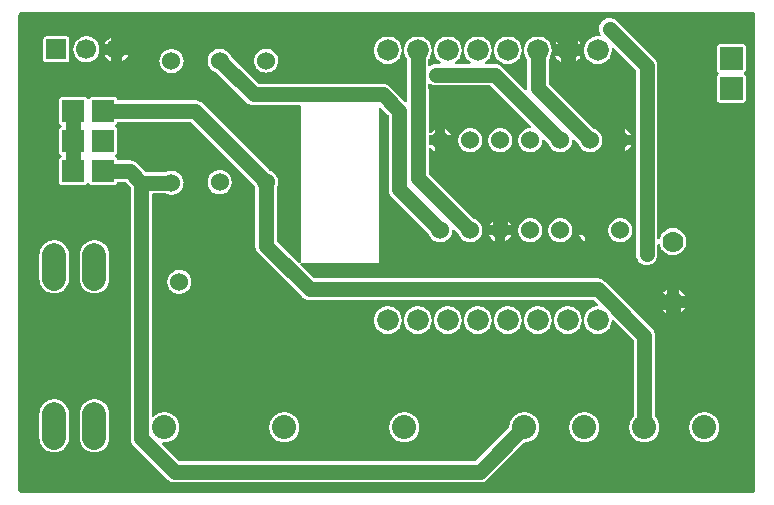
<source format=gbl>
G04 Layer: BottomLayer*
G04 EasyEDA v6.4.20.6, 2021-07-29T18:27:26+02:00*
G04 b234656e15784b60829a7703d43b9120,4245c91a3b6e4cf7aa995480f5c7e4a3,10*
G04 Gerber Generator version 0.2*
G04 Scale: 100 percent, Rotated: No, Reflected: No *
G04 Dimensions in millimeters *
G04 leading zeros omitted , absolute positions ,4 integer and 5 decimal *
%FSLAX45Y45*%
%MOMM*%

%ADD11C,1.6000*%
%ADD12C,1.3000*%
%ADD13C,4.2000*%
%ADD14C,1.0000*%
%ADD15C,0.7000*%
%ADD17C,1.7000*%
%ADD18C,1.8288*%
%ADD19C,1.5240*%
%ADD21C,2.0320*%
%ADD22C,1.7780*%
%ADD23R,1.8796X1.8796*%
%ADD24C,2.0000*%

%LPD*%
G36*
X-66395Y10950143D02*
G01*
X-73761Y10951006D01*
X-78232Y10952581D01*
X-82346Y10954969D01*
X-85852Y10958118D01*
X-88696Y10961928D01*
X-90779Y10966196D01*
X-91948Y10970768D01*
X-92456Y10976203D01*
X-92456Y14997785D01*
X-91592Y15005202D01*
X-90017Y15009672D01*
X-87630Y15013736D01*
X-84480Y15017242D01*
X-80670Y15020137D01*
X-76403Y15022169D01*
X-71831Y15023338D01*
X-66395Y15023846D01*
X6120485Y15023846D01*
X6127902Y15022982D01*
X6132372Y15021407D01*
X6136436Y15019019D01*
X6139942Y15015870D01*
X6142837Y15012060D01*
X6144869Y15007793D01*
X6146038Y15003221D01*
X6146546Y14997785D01*
X6146546Y10976203D01*
X6145682Y10968837D01*
X6144107Y10964367D01*
X6141720Y10960252D01*
X6138570Y10956747D01*
X6134760Y10953902D01*
X6130493Y10951819D01*
X6125921Y10950651D01*
X6120485Y10950143D01*
G37*

%LPC*%
G36*
X637387Y14755469D02*
G01*
X687730Y14755469D01*
X687730Y14805710D01*
X685444Y14804694D01*
X673303Y14797328D01*
X662228Y14788489D01*
X652373Y14778329D01*
X643890Y14766950D01*
G37*
G36*
X210820Y11293246D02*
G01*
X225958Y11294160D01*
X240842Y11296904D01*
X255320Y11301425D01*
X269189Y11307673D01*
X282143Y11315496D01*
X294081Y11324844D01*
X304850Y11335613D01*
X314198Y11347551D01*
X322021Y11360505D01*
X328269Y11374374D01*
X332790Y11388852D01*
X335534Y11403736D01*
X336448Y11419230D01*
X336448Y11618569D01*
X335534Y11634063D01*
X332790Y11648948D01*
X328269Y11663426D01*
X322021Y11677294D01*
X314198Y11690248D01*
X304850Y11702186D01*
X294081Y11712956D01*
X282143Y11722303D01*
X269189Y11730126D01*
X255320Y11736374D01*
X240842Y11740896D01*
X225958Y11743639D01*
X210820Y11744553D01*
X195630Y11743639D01*
X180746Y11740896D01*
X166268Y11736374D01*
X152400Y11730126D01*
X139446Y11722303D01*
X127508Y11712956D01*
X116738Y11702186D01*
X107391Y11690248D01*
X99568Y11677294D01*
X93319Y11663426D01*
X88798Y11648948D01*
X86055Y11634063D01*
X85140Y11618569D01*
X85140Y11419230D01*
X86055Y11403736D01*
X88798Y11388852D01*
X93319Y11374374D01*
X99568Y11360505D01*
X107391Y11347551D01*
X116738Y11335613D01*
X127508Y11324844D01*
X139446Y11315496D01*
X152400Y11307673D01*
X166268Y11301425D01*
X180746Y11296904D01*
X195630Y11294160D01*
G37*
G36*
X4699000Y11378946D02*
G01*
X4714341Y11379911D01*
X4729429Y11382654D01*
X4744110Y11387226D01*
X4758131Y11393525D01*
X4771288Y11401501D01*
X4783378Y11410950D01*
X4794250Y11421821D01*
X4803698Y11433911D01*
X4811674Y11447068D01*
X4817973Y11461089D01*
X4822545Y11475770D01*
X4825288Y11490858D01*
X4826254Y11506200D01*
X4825288Y11521541D01*
X4822545Y11536629D01*
X4817973Y11551310D01*
X4811674Y11565331D01*
X4803698Y11578488D01*
X4794250Y11590578D01*
X4783378Y11601450D01*
X4771288Y11610898D01*
X4758131Y11618874D01*
X4744110Y11625173D01*
X4729429Y11629745D01*
X4714341Y11632488D01*
X4699000Y11633454D01*
X4683658Y11632488D01*
X4668570Y11629745D01*
X4653889Y11625173D01*
X4639868Y11618874D01*
X4626711Y11610898D01*
X4614621Y11601450D01*
X4603750Y11590578D01*
X4594301Y11578488D01*
X4586325Y11565331D01*
X4580026Y11551310D01*
X4575454Y11536629D01*
X4572711Y11521541D01*
X4571746Y11506200D01*
X4572711Y11490858D01*
X4575454Y11475770D01*
X4580026Y11461089D01*
X4586325Y11447068D01*
X4594301Y11433911D01*
X4603750Y11421821D01*
X4614621Y11410950D01*
X4626711Y11401501D01*
X4639868Y11393525D01*
X4653889Y11387226D01*
X4668570Y11382654D01*
X4683658Y11379911D01*
G37*
G36*
X2159000Y11378946D02*
G01*
X2174341Y11379911D01*
X2189429Y11382654D01*
X2204110Y11387226D01*
X2218131Y11393525D01*
X2231288Y11401501D01*
X2243378Y11410950D01*
X2254250Y11421821D01*
X2263698Y11433911D01*
X2271674Y11447068D01*
X2277973Y11461089D01*
X2282545Y11475770D01*
X2285288Y11490858D01*
X2286254Y11506200D01*
X2285288Y11521541D01*
X2282545Y11536629D01*
X2277973Y11551310D01*
X2271674Y11565331D01*
X2263698Y11578488D01*
X2254250Y11590578D01*
X2243378Y11601450D01*
X2231288Y11610898D01*
X2218131Y11618874D01*
X2204110Y11625173D01*
X2189429Y11629745D01*
X2174341Y11632488D01*
X2159000Y11633454D01*
X2143658Y11632488D01*
X2128570Y11629745D01*
X2113889Y11625173D01*
X2099868Y11618874D01*
X2086711Y11610898D01*
X2074621Y11601450D01*
X2063750Y11590578D01*
X2054301Y11578488D01*
X2046325Y11565331D01*
X2040026Y11551310D01*
X2035454Y11536629D01*
X2032711Y11521541D01*
X2031746Y11506200D01*
X2032711Y11490858D01*
X2035454Y11475770D01*
X2040026Y11461089D01*
X2046325Y11447068D01*
X2054301Y11433911D01*
X2063750Y11421821D01*
X2074621Y11410950D01*
X2086711Y11401501D01*
X2099868Y11393525D01*
X2113889Y11387226D01*
X2128570Y11382654D01*
X2143658Y11379911D01*
G37*
G36*
X3175000Y11378946D02*
G01*
X3190341Y11379911D01*
X3205429Y11382654D01*
X3220110Y11387226D01*
X3234131Y11393525D01*
X3247288Y11401501D01*
X3259378Y11410950D01*
X3270250Y11421821D01*
X3279698Y11433911D01*
X3287674Y11447068D01*
X3293973Y11461089D01*
X3298545Y11475770D01*
X3301288Y11490858D01*
X3302254Y11506200D01*
X3301288Y11521541D01*
X3298545Y11536629D01*
X3293973Y11551310D01*
X3287674Y11565331D01*
X3279698Y11578488D01*
X3270250Y11590578D01*
X3259378Y11601450D01*
X3247288Y11610898D01*
X3234131Y11618874D01*
X3220110Y11625173D01*
X3205429Y11629745D01*
X3190341Y11632488D01*
X3175000Y11633454D01*
X3159658Y11632488D01*
X3144570Y11629745D01*
X3129889Y11625173D01*
X3115868Y11618874D01*
X3102711Y11610898D01*
X3090621Y11601450D01*
X3079750Y11590578D01*
X3070301Y11578488D01*
X3062325Y11565331D01*
X3056026Y11551310D01*
X3051454Y11536629D01*
X3048711Y11521541D01*
X3047746Y11506200D01*
X3048711Y11490858D01*
X3051454Y11475770D01*
X3056026Y11461089D01*
X3062325Y11447068D01*
X3070301Y11433911D01*
X3079750Y11421821D01*
X3090621Y11410950D01*
X3102711Y11401501D01*
X3115868Y11393525D01*
X3129889Y11387226D01*
X3144570Y11382654D01*
X3159658Y11379911D01*
G37*
G36*
X5715000Y11378946D02*
G01*
X5730341Y11379911D01*
X5745429Y11382654D01*
X5760110Y11387226D01*
X5774131Y11393525D01*
X5787288Y11401501D01*
X5799378Y11410950D01*
X5810250Y11421821D01*
X5819698Y11433911D01*
X5827674Y11447068D01*
X5833973Y11461089D01*
X5838545Y11475770D01*
X5841288Y11490858D01*
X5842254Y11506200D01*
X5841288Y11521541D01*
X5838545Y11536629D01*
X5833973Y11551310D01*
X5827674Y11565331D01*
X5819698Y11578488D01*
X5810250Y11590578D01*
X5799378Y11601450D01*
X5787288Y11610898D01*
X5774131Y11618874D01*
X5760110Y11625173D01*
X5745429Y11629745D01*
X5730341Y11632488D01*
X5715000Y11633454D01*
X5699658Y11632488D01*
X5684570Y11629745D01*
X5669889Y11625173D01*
X5655868Y11618874D01*
X5642711Y11610898D01*
X5630621Y11601450D01*
X5619750Y11590578D01*
X5610301Y11578488D01*
X5602325Y11565331D01*
X5596026Y11551310D01*
X5591454Y11536629D01*
X5588711Y11521541D01*
X5587746Y11506200D01*
X5588711Y11490858D01*
X5591454Y11475770D01*
X5596026Y11461089D01*
X5602325Y11447068D01*
X5610301Y11433911D01*
X5619750Y11421821D01*
X5630621Y11410950D01*
X5642711Y11401501D01*
X5655868Y11393525D01*
X5669889Y11387226D01*
X5684570Y11382654D01*
X5699658Y11379911D01*
G37*
G36*
X2609850Y11392662D02*
G01*
X2609850Y11449050D01*
X2553462Y11449050D01*
X2554325Y11447068D01*
X2562301Y11433911D01*
X2571750Y11421821D01*
X2582621Y11410950D01*
X2594711Y11401501D01*
X2607868Y11393525D01*
G37*
G36*
X1708150Y11392662D02*
G01*
X1710131Y11393525D01*
X1723288Y11401501D01*
X1735378Y11410950D01*
X1746250Y11421821D01*
X1755698Y11433911D01*
X1763674Y11447068D01*
X1764538Y11449050D01*
X1708150Y11449050D01*
G37*
G36*
X3625850Y11392662D02*
G01*
X3625850Y11449050D01*
X3569462Y11449050D01*
X3570325Y11447068D01*
X3578301Y11433911D01*
X3587750Y11421821D01*
X3598621Y11410950D01*
X3610711Y11401501D01*
X3623868Y11393525D01*
G37*
G36*
X1593850Y11392662D02*
G01*
X1593850Y11449050D01*
X1537462Y11449050D01*
X1538325Y11447068D01*
X1546301Y11433911D01*
X1555750Y11421821D01*
X1566621Y11410950D01*
X1578711Y11401501D01*
X1591868Y11393525D01*
G37*
G36*
X2724150Y11392662D02*
G01*
X2726131Y11393525D01*
X2739288Y11401501D01*
X2751378Y11410950D01*
X2762250Y11421821D01*
X2771698Y11433911D01*
X2779674Y11447068D01*
X2780538Y11449050D01*
X2724150Y11449050D01*
G37*
G36*
X3740150Y11392662D02*
G01*
X3742131Y11393525D01*
X3755288Y11401501D01*
X3767378Y11410950D01*
X3778250Y11421821D01*
X3787698Y11433911D01*
X3795674Y11447068D01*
X3796537Y11449050D01*
X3740150Y11449050D01*
G37*
G36*
X3569462Y11563350D02*
G01*
X3625850Y11563350D01*
X3625850Y11619738D01*
X3623868Y11618874D01*
X3610711Y11610898D01*
X3598621Y11601450D01*
X3587750Y11590578D01*
X3578301Y11578488D01*
X3570325Y11565331D01*
G37*
G36*
X2553462Y11563350D02*
G01*
X2609850Y11563350D01*
X2609850Y11619738D01*
X2607868Y11618874D01*
X2594711Y11610898D01*
X2582621Y11601450D01*
X2571750Y11590578D01*
X2562301Y11578488D01*
X2554325Y11565331D01*
G37*
G36*
X1708150Y11563350D02*
G01*
X1764538Y11563350D01*
X1763674Y11565331D01*
X1755698Y11578488D01*
X1746250Y11590578D01*
X1735378Y11601450D01*
X1723288Y11610898D01*
X1710131Y11618874D01*
X1708150Y11619738D01*
G37*
G36*
X1537462Y11563350D02*
G01*
X1593850Y11563350D01*
X1593850Y11619738D01*
X1591868Y11618874D01*
X1578711Y11610898D01*
X1566621Y11601450D01*
X1555750Y11590578D01*
X1546301Y11578488D01*
X1538325Y11565331D01*
G37*
G36*
X2724150Y11563350D02*
G01*
X2780538Y11563350D01*
X2779674Y11565331D01*
X2771698Y11578488D01*
X2762250Y11590578D01*
X2751378Y11601450D01*
X2739288Y11610898D01*
X2726131Y11618874D01*
X2724150Y11619738D01*
G37*
G36*
X3740150Y11563350D02*
G01*
X3796537Y11563350D01*
X3795674Y11565331D01*
X3787698Y11578488D01*
X3778250Y11590578D01*
X3767378Y11601450D01*
X3755288Y11610898D01*
X3742131Y11618874D01*
X3740150Y11619738D01*
G37*
G36*
X3035300Y12295886D02*
G01*
X3049981Y12296851D01*
X3064408Y12299594D01*
X3078378Y12304115D01*
X3091688Y12310364D01*
X3104134Y12318288D01*
X3115462Y12327636D01*
X3125520Y12338354D01*
X3134156Y12350242D01*
X3141218Y12363145D01*
X3146653Y12376810D01*
X3150311Y12391034D01*
X3152241Y12406223D01*
X3153562Y12410186D01*
X3156153Y12412980D01*
X3153562Y12415774D01*
X3152241Y12419736D01*
X3150311Y12434925D01*
X3146653Y12449149D01*
X3141218Y12462814D01*
X3134156Y12475718D01*
X3125520Y12487605D01*
X3115462Y12498324D01*
X3104134Y12507671D01*
X3091688Y12515596D01*
X3078378Y12521844D01*
X3064408Y12526365D01*
X3049981Y12529108D01*
X3035300Y12530074D01*
X3020618Y12529108D01*
X3006191Y12526365D01*
X2992221Y12521844D01*
X2978912Y12515596D01*
X2966466Y12507671D01*
X2955137Y12498324D01*
X2945079Y12487605D01*
X2936443Y12475718D01*
X2929382Y12462814D01*
X2923946Y12449149D01*
X2920288Y12434925D01*
X2918460Y12420346D01*
X2918460Y12405614D01*
X2920288Y12391034D01*
X2923946Y12376810D01*
X2929382Y12363145D01*
X2936443Y12350242D01*
X2945079Y12338354D01*
X2955137Y12327636D01*
X2966466Y12318288D01*
X2978912Y12310364D01*
X2992221Y12304115D01*
X3006191Y12299594D01*
X3020618Y12296851D01*
G37*
G36*
X4305300Y12295886D02*
G01*
X4319981Y12296851D01*
X4334408Y12299594D01*
X4348378Y12304115D01*
X4361688Y12310364D01*
X4374134Y12318288D01*
X4385462Y12327636D01*
X4395520Y12338354D01*
X4404156Y12350242D01*
X4411218Y12363145D01*
X4416653Y12376810D01*
X4420311Y12391034D01*
X4422241Y12406223D01*
X4423562Y12410186D01*
X4426153Y12412980D01*
X4423562Y12415774D01*
X4422241Y12419736D01*
X4420311Y12434925D01*
X4416653Y12449149D01*
X4411218Y12462814D01*
X4404156Y12475718D01*
X4395520Y12487605D01*
X4385462Y12498324D01*
X4374134Y12507671D01*
X4361688Y12515596D01*
X4348378Y12521844D01*
X4334408Y12526365D01*
X4319981Y12529108D01*
X4305300Y12530074D01*
X4290618Y12529108D01*
X4276191Y12526365D01*
X4262221Y12521844D01*
X4248912Y12515596D01*
X4236466Y12507671D01*
X4225137Y12498324D01*
X4215079Y12487605D01*
X4206443Y12475718D01*
X4199382Y12462814D01*
X4193946Y12449149D01*
X4190288Y12434925D01*
X4188358Y12419736D01*
X4187037Y12415774D01*
X4184446Y12412980D01*
X4187037Y12410186D01*
X4188358Y12406223D01*
X4190288Y12391034D01*
X4193946Y12376810D01*
X4199382Y12363145D01*
X4206443Y12350242D01*
X4215079Y12338354D01*
X4225137Y12327636D01*
X4236466Y12318288D01*
X4248912Y12310364D01*
X4262221Y12304115D01*
X4276191Y12299594D01*
X4290618Y12296851D01*
G37*
G36*
X3543300Y12295886D02*
G01*
X3557981Y12296851D01*
X3572408Y12299594D01*
X3586378Y12304115D01*
X3599687Y12310364D01*
X3612134Y12318288D01*
X3623462Y12327636D01*
X3633520Y12338354D01*
X3642156Y12350242D01*
X3649218Y12363145D01*
X3654653Y12376810D01*
X3658311Y12391034D01*
X3660241Y12406223D01*
X3661562Y12410186D01*
X3664153Y12412980D01*
X3661562Y12415774D01*
X3660241Y12419736D01*
X3658311Y12434925D01*
X3654653Y12449149D01*
X3649218Y12462814D01*
X3642156Y12475718D01*
X3633520Y12487605D01*
X3623462Y12498324D01*
X3612134Y12507671D01*
X3599687Y12515596D01*
X3586378Y12521844D01*
X3572408Y12526365D01*
X3557981Y12529108D01*
X3543300Y12530074D01*
X3528618Y12529108D01*
X3514191Y12526365D01*
X3500221Y12521844D01*
X3486912Y12515596D01*
X3474465Y12507671D01*
X3463137Y12498324D01*
X3453079Y12487605D01*
X3444443Y12475718D01*
X3437382Y12462814D01*
X3431946Y12449149D01*
X3428288Y12434925D01*
X3426358Y12419736D01*
X3425037Y12415774D01*
X3422446Y12412980D01*
X3425037Y12410186D01*
X3426358Y12406223D01*
X3428288Y12391034D01*
X3431946Y12376810D01*
X3437382Y12363145D01*
X3444443Y12350242D01*
X3453079Y12338354D01*
X3463137Y12327636D01*
X3474465Y12318288D01*
X3486912Y12310364D01*
X3500221Y12304115D01*
X3514191Y12299594D01*
X3528618Y12296851D01*
G37*
G36*
X4051300Y12295886D02*
G01*
X4065981Y12296851D01*
X4080408Y12299594D01*
X4094378Y12304115D01*
X4107687Y12310364D01*
X4120134Y12318288D01*
X4131462Y12327636D01*
X4141520Y12338354D01*
X4150156Y12350242D01*
X4157218Y12363145D01*
X4162653Y12376810D01*
X4166311Y12391034D01*
X4168241Y12406223D01*
X4169562Y12410186D01*
X4172153Y12412980D01*
X4169562Y12415774D01*
X4168241Y12419736D01*
X4166311Y12434925D01*
X4162653Y12449149D01*
X4157218Y12462814D01*
X4150156Y12475718D01*
X4141520Y12487605D01*
X4131462Y12498324D01*
X4120134Y12507671D01*
X4107687Y12515596D01*
X4094378Y12521844D01*
X4080408Y12526365D01*
X4065981Y12529108D01*
X4051300Y12530074D01*
X4036618Y12529108D01*
X4022191Y12526365D01*
X4008221Y12521844D01*
X3994912Y12515596D01*
X3982465Y12507671D01*
X3971137Y12498324D01*
X3961079Y12487605D01*
X3952443Y12475718D01*
X3945382Y12462814D01*
X3939946Y12449149D01*
X3936288Y12434925D01*
X3934358Y12419736D01*
X3933037Y12415774D01*
X3930446Y12412980D01*
X3933037Y12410186D01*
X3934358Y12406223D01*
X3936288Y12391034D01*
X3939946Y12376810D01*
X3945382Y12363145D01*
X3952443Y12350242D01*
X3961079Y12338354D01*
X3971137Y12327636D01*
X3982465Y12318288D01*
X3994912Y12310364D01*
X4008221Y12304115D01*
X4022191Y12299594D01*
X4036618Y12296851D01*
G37*
G36*
X3289300Y12295886D02*
G01*
X3303981Y12296851D01*
X3318408Y12299594D01*
X3332378Y12304115D01*
X3345687Y12310364D01*
X3358134Y12318288D01*
X3369462Y12327636D01*
X3379520Y12338354D01*
X3388156Y12350242D01*
X3395218Y12363145D01*
X3400653Y12376810D01*
X3404311Y12391034D01*
X3406241Y12406223D01*
X3407562Y12410186D01*
X3410153Y12412980D01*
X3407562Y12415774D01*
X3406241Y12419736D01*
X3404311Y12434925D01*
X3400653Y12449149D01*
X3395218Y12462814D01*
X3388156Y12475718D01*
X3379520Y12487605D01*
X3369462Y12498324D01*
X3358134Y12507671D01*
X3345687Y12515596D01*
X3332378Y12521844D01*
X3318408Y12526365D01*
X3303981Y12529108D01*
X3289300Y12530074D01*
X3274618Y12529108D01*
X3260191Y12526365D01*
X3246221Y12521844D01*
X3232912Y12515596D01*
X3220466Y12507671D01*
X3209137Y12498324D01*
X3199079Y12487605D01*
X3190443Y12475718D01*
X3183382Y12462814D01*
X3177946Y12449149D01*
X3174288Y12434925D01*
X3172358Y12419736D01*
X3171037Y12415774D01*
X3168446Y12412980D01*
X3171037Y12410186D01*
X3172358Y12406223D01*
X3174288Y12391034D01*
X3177946Y12376810D01*
X3183382Y12363145D01*
X3190443Y12350242D01*
X3199079Y12338354D01*
X3209137Y12327636D01*
X3220466Y12318288D01*
X3232912Y12310364D01*
X3246221Y12304115D01*
X3260191Y12299594D01*
X3274618Y12296851D01*
G37*
G36*
X3797300Y12295886D02*
G01*
X3811981Y12296851D01*
X3826408Y12299594D01*
X3840378Y12304115D01*
X3853687Y12310364D01*
X3866134Y12318288D01*
X3877462Y12327636D01*
X3887520Y12338354D01*
X3896156Y12350242D01*
X3903218Y12363145D01*
X3908653Y12376810D01*
X3912311Y12391034D01*
X3914241Y12406223D01*
X3915562Y12410186D01*
X3918153Y12412980D01*
X3915562Y12415774D01*
X3914241Y12419736D01*
X3912311Y12434925D01*
X3908653Y12449149D01*
X3903218Y12462814D01*
X3896156Y12475718D01*
X3887520Y12487605D01*
X3877462Y12498324D01*
X3866134Y12507671D01*
X3853687Y12515596D01*
X3840378Y12521844D01*
X3826408Y12526365D01*
X3811981Y12529108D01*
X3797300Y12530074D01*
X3782618Y12529108D01*
X3768191Y12526365D01*
X3754221Y12521844D01*
X3740912Y12515596D01*
X3728465Y12507671D01*
X3717137Y12498324D01*
X3707079Y12487605D01*
X3698443Y12475718D01*
X3691382Y12462814D01*
X3685946Y12449149D01*
X3682288Y12434925D01*
X3680358Y12419736D01*
X3679037Y12415774D01*
X3676446Y12412980D01*
X3679037Y12410186D01*
X3680358Y12406223D01*
X3682288Y12391034D01*
X3685946Y12376810D01*
X3691382Y12363145D01*
X3698443Y12350242D01*
X3707079Y12338354D01*
X3717137Y12327636D01*
X3728465Y12318288D01*
X3740912Y12310364D01*
X3754221Y12304115D01*
X3768191Y12299594D01*
X3782618Y12296851D01*
G37*
G36*
X4559300Y12295886D02*
G01*
X4573981Y12296851D01*
X4588408Y12299594D01*
X4602378Y12304115D01*
X4615688Y12310364D01*
X4628134Y12318288D01*
X4639462Y12327636D01*
X4649520Y12338354D01*
X4658156Y12350242D01*
X4665218Y12363145D01*
X4670653Y12376810D01*
X4674311Y12391034D01*
X4676241Y12406223D01*
X4677562Y12410186D01*
X4680153Y12412980D01*
X4677562Y12415774D01*
X4676241Y12419736D01*
X4674311Y12434925D01*
X4670653Y12449149D01*
X4665218Y12462814D01*
X4658156Y12475718D01*
X4649520Y12487605D01*
X4639462Y12498324D01*
X4628134Y12507671D01*
X4615688Y12515596D01*
X4602378Y12521844D01*
X4588408Y12526365D01*
X4573981Y12529108D01*
X4559300Y12530074D01*
X4544618Y12529108D01*
X4530191Y12526365D01*
X4516221Y12521844D01*
X4502912Y12515596D01*
X4490466Y12507671D01*
X4479137Y12498324D01*
X4469079Y12487605D01*
X4460443Y12475718D01*
X4453382Y12462814D01*
X4447946Y12449149D01*
X4444288Y12434925D01*
X4442358Y12419736D01*
X4441037Y12415774D01*
X4438446Y12412980D01*
X4441037Y12410186D01*
X4442358Y12406223D01*
X4444288Y12391034D01*
X4447946Y12376810D01*
X4453382Y12363145D01*
X4460443Y12350242D01*
X4469079Y12338354D01*
X4479137Y12327636D01*
X4490466Y12318288D01*
X4502912Y12310364D01*
X4516221Y12304115D01*
X4530191Y12299594D01*
X4544618Y12296851D01*
G37*
G36*
X5397500Y12468047D02*
G01*
X5397500Y12519660D01*
X5345785Y12519660D01*
X5351576Y12509093D01*
X5360060Y12497460D01*
X5369915Y12486944D01*
X5380990Y12477800D01*
X5393131Y12470079D01*
G37*
G36*
X5499100Y12468047D02*
G01*
X5503468Y12470079D01*
X5515610Y12477800D01*
X5526684Y12486944D01*
X5536539Y12497460D01*
X5545023Y12509093D01*
X5550814Y12519660D01*
X5499100Y12519660D01*
G37*
G36*
X5345785Y12621260D02*
G01*
X5397500Y12621260D01*
X5397500Y12672872D01*
X5393131Y12670840D01*
X5380990Y12663119D01*
X5369915Y12653975D01*
X5360060Y12643459D01*
X5351576Y12631826D01*
G37*
G36*
X5499100Y12621260D02*
G01*
X5550814Y12621260D01*
X5545023Y12631826D01*
X5536539Y12643459D01*
X5526684Y12653975D01*
X5515610Y12663119D01*
X5503468Y12670840D01*
X5499100Y12672872D01*
G37*
G36*
X1266952Y12636347D02*
G01*
X1280566Y12636754D01*
X1293977Y12639040D01*
X1306982Y12643053D01*
X1319326Y12648793D01*
X1330807Y12656108D01*
X1341170Y12664897D01*
X1350314Y12675006D01*
X1357985Y12686182D01*
X1364132Y12698323D01*
X1368602Y12711176D01*
X1371295Y12724536D01*
X1372209Y12738100D01*
X1371295Y12751663D01*
X1368602Y12765024D01*
X1364132Y12777876D01*
X1357985Y12790017D01*
X1350314Y12801193D01*
X1341170Y12811302D01*
X1330807Y12820091D01*
X1319326Y12827406D01*
X1306982Y12833146D01*
X1293977Y12837160D01*
X1280566Y12839395D01*
X1266952Y12839852D01*
X1253439Y12838531D01*
X1240231Y12835382D01*
X1227531Y12830454D01*
X1215593Y12823952D01*
X1204620Y12815874D01*
X1194866Y12806426D01*
X1186434Y12795707D01*
X1179474Y12784023D01*
X1174191Y12771475D01*
X1170584Y12758369D01*
X1168755Y12744907D01*
X1168755Y12731292D01*
X1170584Y12717830D01*
X1174191Y12704673D01*
X1179474Y12692176D01*
X1186434Y12680442D01*
X1194866Y12669774D01*
X1204620Y12660325D01*
X1215593Y12652248D01*
X1227531Y12645745D01*
X1240231Y12640818D01*
X1253439Y12637668D01*
G37*
G36*
X210820Y12639446D02*
G01*
X225958Y12640360D01*
X240842Y12643104D01*
X255320Y12647625D01*
X269189Y12653873D01*
X282143Y12661696D01*
X294081Y12671044D01*
X304850Y12681813D01*
X314198Y12693751D01*
X322021Y12706705D01*
X328269Y12720574D01*
X332790Y12735052D01*
X335534Y12749936D01*
X336448Y12765430D01*
X336448Y12964769D01*
X335534Y12980263D01*
X332790Y12995148D01*
X328269Y13009626D01*
X322021Y13023494D01*
X314198Y13036448D01*
X304850Y13048386D01*
X294081Y13059156D01*
X282143Y13068503D01*
X269189Y13076326D01*
X255320Y13082574D01*
X240842Y13087096D01*
X225958Y13089839D01*
X210820Y13090753D01*
X195630Y13089839D01*
X180746Y13087096D01*
X166268Y13082574D01*
X152400Y13076326D01*
X139446Y13068503D01*
X127508Y13059156D01*
X116738Y13048386D01*
X107391Y13036448D01*
X99568Y13023494D01*
X93319Y13009626D01*
X88798Y12995148D01*
X86055Y12980263D01*
X85140Y12964769D01*
X85140Y12765430D01*
X86055Y12749936D01*
X88798Y12735052D01*
X93319Y12720574D01*
X99568Y12706705D01*
X107391Y12693751D01*
X116738Y12681813D01*
X127508Y12671044D01*
X139446Y12661696D01*
X152400Y12653873D01*
X166268Y12647625D01*
X180746Y12643104D01*
X195630Y12640360D01*
G37*
G36*
X551180Y12639446D02*
G01*
X566318Y12640360D01*
X581253Y12643104D01*
X595731Y12647625D01*
X609549Y12653873D01*
X622554Y12661696D01*
X634492Y12671044D01*
X645210Y12681813D01*
X654558Y12693751D01*
X662432Y12706705D01*
X668629Y12720574D01*
X673150Y12735052D01*
X675894Y12749936D01*
X676859Y12765430D01*
X676859Y12964769D01*
X675894Y12980263D01*
X673150Y12995148D01*
X668629Y13009626D01*
X662432Y13023494D01*
X654558Y13036448D01*
X645210Y13048386D01*
X634492Y13059156D01*
X622554Y13068503D01*
X609549Y13076326D01*
X595731Y13082574D01*
X581253Y13087096D01*
X566318Y13089839D01*
X551180Y13090753D01*
X536041Y13089839D01*
X521106Y13087096D01*
X506628Y13082574D01*
X492810Y13076326D01*
X479806Y13068503D01*
X467868Y13059156D01*
X457149Y13048386D01*
X447801Y13036448D01*
X439928Y13023494D01*
X433730Y13009626D01*
X429209Y12995148D01*
X426466Y12980263D01*
X425551Y12964769D01*
X425551Y12765430D01*
X426466Y12749936D01*
X429209Y12735052D01*
X433730Y12720574D01*
X439928Y12706705D01*
X447801Y12693751D01*
X457149Y12681813D01*
X467868Y12671044D01*
X479806Y12661696D01*
X492810Y12653873D01*
X506628Y12647625D01*
X521106Y12643104D01*
X536041Y12640360D01*
G37*
G36*
X1733905Y12646609D02*
G01*
X1733905Y12693650D01*
X1686864Y12693650D01*
X1687474Y12692176D01*
X1694434Y12680442D01*
X1702866Y12669774D01*
X1712620Y12660325D01*
X1723593Y12652248D01*
G37*
G36*
X1822805Y12646710D02*
G01*
X1827326Y12648793D01*
X1838807Y12656108D01*
X1849170Y12664897D01*
X1858314Y12675006D01*
X1865985Y12686182D01*
X1869744Y12693650D01*
X1822805Y12693650D01*
G37*
G36*
X1822805Y12782550D02*
G01*
X1869744Y12782550D01*
X1865985Y12790017D01*
X1858314Y12801193D01*
X1849170Y12811302D01*
X1838807Y12820091D01*
X1827326Y12827406D01*
X1822805Y12829489D01*
G37*
G36*
X1686864Y12782550D02*
G01*
X1733905Y12782550D01*
X1733905Y12829590D01*
X1723593Y12823952D01*
X1712620Y12815874D01*
X1702866Y12806426D01*
X1694434Y12795707D01*
X1687474Y12784023D01*
G37*
G36*
X551180Y11293246D02*
G01*
X566318Y11294160D01*
X581253Y11296904D01*
X595731Y11301425D01*
X609549Y11307673D01*
X622554Y11315496D01*
X634492Y11324844D01*
X645210Y11335613D01*
X654558Y11347551D01*
X662432Y11360505D01*
X668629Y11374374D01*
X673150Y11388852D01*
X675894Y11403736D01*
X676859Y11419230D01*
X676859Y11618569D01*
X675894Y11634063D01*
X673150Y11648948D01*
X668629Y11663426D01*
X662432Y11677294D01*
X654558Y11690248D01*
X645210Y11702186D01*
X634492Y11712956D01*
X622554Y11722303D01*
X609549Y11730126D01*
X595731Y11736374D01*
X581253Y11740896D01*
X566318Y11743639D01*
X551180Y11744553D01*
X536041Y11743639D01*
X521106Y11740896D01*
X506628Y11736374D01*
X492810Y11730126D01*
X479806Y11722303D01*
X467868Y11712956D01*
X457149Y11702186D01*
X447801Y11690248D01*
X439928Y11677294D01*
X433730Y11663426D01*
X429209Y11648948D01*
X426466Y11634063D01*
X425551Y11618569D01*
X425551Y11419230D01*
X426466Y11403736D01*
X429209Y11388852D01*
X433730Y11374374D01*
X439928Y11360505D01*
X447801Y11347551D01*
X457149Y11335613D01*
X467868Y11324844D01*
X479806Y11315496D01*
X492810Y11307673D01*
X506628Y11301425D01*
X521106Y11296904D01*
X536041Y11294160D01*
G37*
G36*
X5006187Y13073227D02*
G01*
X5019751Y13074548D01*
X5032959Y13077698D01*
X5045659Y13082625D01*
X5057597Y13089128D01*
X5068519Y13097205D01*
X5078323Y13106654D01*
X5086756Y13117372D01*
X5093665Y13129056D01*
X5098999Y13141553D01*
X5102606Y13154710D01*
X5104384Y13168172D01*
X5104384Y13181787D01*
X5102606Y13195249D01*
X5098999Y13208406D01*
X5093665Y13220903D01*
X5086756Y13232587D01*
X5078323Y13243306D01*
X5068519Y13252754D01*
X5057597Y13260832D01*
X5045659Y13267334D01*
X5032959Y13272262D01*
X5019751Y13275411D01*
X5006187Y13276732D01*
X4992624Y13276275D01*
X4979212Y13274040D01*
X4966208Y13270026D01*
X4953863Y13264286D01*
X4942382Y13256971D01*
X4932019Y13248182D01*
X4922875Y13238073D01*
X4915204Y13226897D01*
X4909058Y13214756D01*
X4904587Y13201904D01*
X4901895Y13188543D01*
X4900980Y13174980D01*
X4901895Y13161416D01*
X4904587Y13148056D01*
X4909058Y13135203D01*
X4915204Y13123062D01*
X4922875Y13111886D01*
X4932019Y13101777D01*
X4942382Y13092988D01*
X4953863Y13085673D01*
X4966208Y13079933D01*
X4979212Y13075919D01*
X4992624Y13073684D01*
G37*
G36*
X4244187Y13073227D02*
G01*
X4257751Y13074548D01*
X4270959Y13077698D01*
X4283659Y13082625D01*
X4295597Y13089128D01*
X4306519Y13097205D01*
X4316323Y13106654D01*
X4324756Y13117372D01*
X4331665Y13129056D01*
X4336999Y13141553D01*
X4340606Y13154710D01*
X4342384Y13168172D01*
X4342384Y13181787D01*
X4340606Y13195249D01*
X4336999Y13208406D01*
X4331665Y13220903D01*
X4324756Y13232587D01*
X4316323Y13243306D01*
X4306519Y13252754D01*
X4295597Y13260832D01*
X4283659Y13267334D01*
X4270959Y13272262D01*
X4257751Y13275411D01*
X4244187Y13276732D01*
X4230624Y13276275D01*
X4217212Y13274040D01*
X4204208Y13270026D01*
X4191863Y13264286D01*
X4180382Y13256971D01*
X4170019Y13248182D01*
X4160875Y13238073D01*
X4153204Y13226897D01*
X4147058Y13214756D01*
X4142587Y13201904D01*
X4139895Y13188543D01*
X4138980Y13174980D01*
X4139895Y13161416D01*
X4142587Y13148056D01*
X4147058Y13135203D01*
X4153204Y13123062D01*
X4160875Y13111886D01*
X4170019Y13101777D01*
X4180382Y13092988D01*
X4191863Y13085673D01*
X4204208Y13079933D01*
X4217212Y13075919D01*
X4230624Y13073684D01*
G37*
G36*
X4498187Y13073227D02*
G01*
X4511751Y13074548D01*
X4524959Y13077698D01*
X4537659Y13082625D01*
X4549597Y13089128D01*
X4560519Y13097205D01*
X4570323Y13106654D01*
X4578756Y13117372D01*
X4585665Y13129056D01*
X4590999Y13141553D01*
X4594606Y13154710D01*
X4596384Y13168172D01*
X4596384Y13181787D01*
X4594606Y13195249D01*
X4590999Y13208406D01*
X4585665Y13220903D01*
X4578756Y13232587D01*
X4570323Y13243306D01*
X4560519Y13252754D01*
X4549597Y13260832D01*
X4537659Y13267334D01*
X4524959Y13272262D01*
X4511751Y13275411D01*
X4498187Y13276732D01*
X4484624Y13276275D01*
X4471212Y13274040D01*
X4458208Y13270026D01*
X4445863Y13264286D01*
X4434382Y13256971D01*
X4424019Y13248182D01*
X4414875Y13238073D01*
X4407204Y13226897D01*
X4401058Y13214756D01*
X4396587Y13201904D01*
X4393895Y13188543D01*
X4392980Y13174980D01*
X4393895Y13161416D01*
X4396587Y13148056D01*
X4401058Y13135203D01*
X4407204Y13123062D01*
X4414875Y13111886D01*
X4424019Y13101777D01*
X4434382Y13092988D01*
X4445863Y13085673D01*
X4458208Y13079933D01*
X4471212Y13075919D01*
X4484624Y13073684D01*
G37*
G36*
X1231900Y11038840D02*
G01*
X3814064Y11038840D01*
X3823766Y11039348D01*
X3835958Y11041481D01*
X3847744Y11045240D01*
X3850284Y11046307D01*
X3858920Y11050574D01*
X3869232Y11057382D01*
X3878579Y11065611D01*
X4189323Y11376304D01*
X4192320Y11378387D01*
X4195876Y11379250D01*
X4206341Y11379911D01*
X4221429Y11382654D01*
X4236110Y11387226D01*
X4250131Y11393525D01*
X4263288Y11401501D01*
X4275378Y11410950D01*
X4286250Y11421821D01*
X4295698Y11433911D01*
X4303674Y11447068D01*
X4309973Y11461089D01*
X4314545Y11475770D01*
X4317288Y11490858D01*
X4318254Y11506200D01*
X4317288Y11521541D01*
X4314545Y11536629D01*
X4309973Y11551310D01*
X4303674Y11565331D01*
X4295698Y11578488D01*
X4286250Y11590578D01*
X4275378Y11601450D01*
X4263288Y11610898D01*
X4250131Y11618874D01*
X4236110Y11625173D01*
X4221429Y11629745D01*
X4206341Y11632488D01*
X4191000Y11633454D01*
X4175658Y11632488D01*
X4160570Y11629745D01*
X4145889Y11625173D01*
X4131868Y11618874D01*
X4118711Y11610898D01*
X4106621Y11601450D01*
X4095750Y11590578D01*
X4086301Y11578488D01*
X4078325Y11565331D01*
X4072026Y11551310D01*
X4067454Y11536629D01*
X4064711Y11521541D01*
X4064050Y11511076D01*
X4063187Y11507520D01*
X4061104Y11504523D01*
X3779723Y11223142D01*
X3776472Y11220958D01*
X3772560Y11220196D01*
X1273403Y11220196D01*
X1269492Y11220958D01*
X1266240Y11223142D01*
X1127252Y11362131D01*
X1125016Y11365534D01*
X1124254Y11369497D01*
X1125169Y11373459D01*
X1127556Y11376761D01*
X1131011Y11378895D01*
X1135024Y11379454D01*
X1143000Y11378946D01*
X1158341Y11379911D01*
X1173429Y11382654D01*
X1188110Y11387226D01*
X1202131Y11393525D01*
X1215288Y11401501D01*
X1227378Y11410950D01*
X1238250Y11421821D01*
X1247698Y11433911D01*
X1255674Y11447068D01*
X1261973Y11461089D01*
X1266545Y11475770D01*
X1269288Y11490858D01*
X1270254Y11506200D01*
X1269288Y11521541D01*
X1266545Y11536629D01*
X1261973Y11551310D01*
X1255674Y11565331D01*
X1247698Y11578488D01*
X1238250Y11590578D01*
X1227378Y11601450D01*
X1215288Y11610898D01*
X1202131Y11618874D01*
X1188110Y11625173D01*
X1173429Y11629745D01*
X1158341Y11632488D01*
X1143000Y11633454D01*
X1127658Y11632488D01*
X1112570Y11629745D01*
X1097889Y11625173D01*
X1083868Y11618874D01*
X1070711Y11610898D01*
X1058621Y11601450D01*
X1056436Y11599265D01*
X1053134Y11597030D01*
X1049274Y11596268D01*
X1045362Y11597030D01*
X1042060Y11599265D01*
X1039876Y11602516D01*
X1039114Y11606428D01*
X1039114Y13475969D01*
X1039876Y13479881D01*
X1042060Y13483183D01*
X1045362Y13485368D01*
X1049274Y13486130D01*
X1155192Y13486130D01*
X1157579Y13485876D01*
X1163726Y13483082D01*
X1176578Y13478611D01*
X1189888Y13475919D01*
X1203502Y13475004D01*
X1217066Y13475919D01*
X1230376Y13478611D01*
X1243228Y13483082D01*
X1255369Y13489228D01*
X1266596Y13496899D01*
X1276705Y13506043D01*
X1285443Y13516406D01*
X1292809Y13527887D01*
X1298498Y13540232D01*
X1302562Y13553236D01*
X1304798Y13566648D01*
X1305255Y13580211D01*
X1303883Y13593775D01*
X1300734Y13606983D01*
X1295857Y13619683D01*
X1289304Y13631621D01*
X1281226Y13642594D01*
X1271778Y13652347D01*
X1261110Y13660780D01*
X1249426Y13667689D01*
X1236878Y13673023D01*
X1223772Y13676630D01*
X1210310Y13678407D01*
X1196695Y13678407D01*
X1183182Y13676630D01*
X1170076Y13673023D01*
X1158849Y13668248D01*
X1154887Y13667486D01*
X990295Y13667486D01*
X986383Y13668248D01*
X983081Y13670432D01*
X913739Y13739977D01*
X904392Y13748156D01*
X894080Y13755014D01*
X885342Y13759332D01*
X882903Y13760348D01*
X873658Y13763447D01*
X871118Y13764107D01*
X861517Y13765936D01*
X849121Y13766800D01*
X754176Y13766800D01*
X750570Y13767409D01*
X747471Y13769340D01*
X745185Y13772184D01*
X742188Y13781125D01*
X739140Y13785951D01*
X735126Y13790015D01*
X730250Y13793063D01*
X725627Y13795552D01*
X723239Y13798956D01*
X722376Y13803020D01*
X723239Y13807084D01*
X725627Y13810488D01*
X730250Y13812977D01*
X735126Y13816025D01*
X739140Y13820089D01*
X742188Y13824915D01*
X744118Y13830350D01*
X744829Y13836599D01*
X744829Y14023441D01*
X744118Y14029690D01*
X742188Y14035125D01*
X739140Y14039951D01*
X735126Y14044015D01*
X730250Y14047063D01*
X725627Y14049552D01*
X723239Y14052956D01*
X722376Y14057020D01*
X723239Y14061084D01*
X725627Y14064488D01*
X730250Y14066977D01*
X735126Y14070025D01*
X739140Y14074089D01*
X742188Y14078915D01*
X745185Y14087957D01*
X747420Y14090904D01*
X750570Y14092783D01*
X754227Y14093444D01*
X1360322Y14093444D01*
X1364234Y14092682D01*
X1367485Y14090497D01*
X1905965Y13552017D01*
X1907489Y13550087D01*
X1909419Y13544956D01*
X1912975Y13537234D01*
X1913889Y13532967D01*
X1913889Y13045186D01*
X1914398Y13035483D01*
X1916531Y13023291D01*
X1920290Y13011505D01*
X1921357Y13008965D01*
X1925624Y13000329D01*
X1932432Y12990017D01*
X1940661Y12980670D01*
X2309368Y12611963D01*
X2318715Y12603734D01*
X2329027Y12596926D01*
X2337663Y12592659D01*
X2340203Y12591592D01*
X2351989Y12587833D01*
X2364181Y12585700D01*
X2373884Y12585192D01*
X4769764Y12585192D01*
X4773625Y12584430D01*
X4776927Y12582245D01*
X4812233Y12546888D01*
X4814417Y12543688D01*
X4815230Y12539929D01*
X4814570Y12536119D01*
X4812538Y12532817D01*
X4809439Y12530531D01*
X4805680Y12529566D01*
X4798618Y12529108D01*
X4784191Y12526365D01*
X4770221Y12521844D01*
X4756912Y12515596D01*
X4744466Y12507671D01*
X4733137Y12498324D01*
X4723079Y12487605D01*
X4714443Y12475718D01*
X4707382Y12462814D01*
X4701946Y12449149D01*
X4698288Y12434925D01*
X4696358Y12419736D01*
X4695037Y12415774D01*
X4692446Y12412980D01*
X4695037Y12410186D01*
X4696358Y12406223D01*
X4698288Y12391034D01*
X4701946Y12376810D01*
X4707382Y12363145D01*
X4714443Y12350242D01*
X4723079Y12338354D01*
X4733137Y12327636D01*
X4744466Y12318288D01*
X4756912Y12310364D01*
X4770221Y12304115D01*
X4784191Y12299594D01*
X4798618Y12296851D01*
X4813300Y12295886D01*
X4827981Y12296851D01*
X4842408Y12299594D01*
X4856378Y12304115D01*
X4869688Y12310364D01*
X4882134Y12318288D01*
X4893462Y12327636D01*
X4903520Y12338354D01*
X4912156Y12350242D01*
X4919218Y12363145D01*
X4924653Y12376810D01*
X4928311Y12391034D01*
X4930140Y12405715D01*
X4931714Y12409932D01*
X4934915Y12413081D01*
X4939131Y12414554D01*
X4943602Y12414046D01*
X4947412Y12411659D01*
X5113375Y12245594D01*
X5115560Y12242292D01*
X5116322Y12238380D01*
X5116322Y11599367D01*
X5115560Y11595455D01*
X5113375Y11592204D01*
X5111750Y11590578D01*
X5102301Y11578488D01*
X5094325Y11565331D01*
X5088026Y11551310D01*
X5083454Y11536629D01*
X5080711Y11521541D01*
X5079746Y11506200D01*
X5080711Y11490858D01*
X5083454Y11475770D01*
X5088026Y11461089D01*
X5094325Y11447068D01*
X5102301Y11433911D01*
X5111750Y11421821D01*
X5122621Y11410950D01*
X5134711Y11401501D01*
X5147868Y11393525D01*
X5161889Y11387226D01*
X5176570Y11382654D01*
X5191658Y11379911D01*
X5207000Y11378946D01*
X5222341Y11379911D01*
X5237429Y11382654D01*
X5252110Y11387226D01*
X5266131Y11393525D01*
X5279288Y11401501D01*
X5291378Y11410950D01*
X5302250Y11421821D01*
X5311698Y11433911D01*
X5319674Y11447068D01*
X5325973Y11461089D01*
X5330545Y11475770D01*
X5333288Y11490858D01*
X5334254Y11506200D01*
X5333288Y11521541D01*
X5330545Y11536629D01*
X5325973Y11551310D01*
X5319674Y11565331D01*
X5311698Y11578488D01*
X5302250Y11590578D01*
X5300624Y11592204D01*
X5298440Y11595455D01*
X5297678Y11599367D01*
X5297678Y12279884D01*
X5297170Y12289536D01*
X5296814Y12292330D01*
X5295036Y12301728D01*
X5294325Y12304420D01*
X5291277Y12313513D01*
X5290210Y12316104D01*
X5285943Y12324689D01*
X5284520Y12327077D01*
X5279136Y12335002D01*
X5277408Y12337237D01*
X5270957Y12344400D01*
X4875834Y12739776D01*
X4868570Y12746278D01*
X4866436Y12747955D01*
X4858461Y12753390D01*
X4856124Y12754762D01*
X4847488Y12759080D01*
X4844948Y12760147D01*
X4833162Y12763906D01*
X4820970Y12766040D01*
X4811268Y12766548D01*
X2415387Y12766548D01*
X2411476Y12767310D01*
X2408224Y12769494D01*
X2296922Y12880797D01*
X2294737Y12884048D01*
X2293975Y12887960D01*
X2294737Y12891871D01*
X2296922Y12895122D01*
X2300224Y12897358D01*
X2304135Y12898120D01*
X2958084Y12898120D01*
X2959100Y12899136D01*
X2959100Y14204848D01*
X2959862Y14208760D01*
X2962097Y14212062D01*
X2965348Y14214246D01*
X2969260Y14215008D01*
X2973171Y14214246D01*
X2976422Y14212062D01*
X3039211Y14149273D01*
X3041396Y14146022D01*
X3042158Y14142110D01*
X3042158Y13521182D01*
X3042666Y13511479D01*
X3044799Y13499287D01*
X3048558Y13487501D01*
X3049625Y13484961D01*
X3053892Y13476325D01*
X3060700Y13466013D01*
X3068929Y13456666D01*
X3380587Y13144957D01*
X3382975Y13141147D01*
X3385058Y13135203D01*
X3391204Y13123062D01*
X3398875Y13111886D01*
X3408019Y13101777D01*
X3418382Y13092988D01*
X3429863Y13085673D01*
X3442208Y13079933D01*
X3455212Y13075919D01*
X3468624Y13073684D01*
X3482187Y13073227D01*
X3495751Y13074548D01*
X3508959Y13077698D01*
X3521659Y13082625D01*
X3533597Y13089128D01*
X3544519Y13097205D01*
X3554323Y13106654D01*
X3562756Y13117372D01*
X3569665Y13129056D01*
X3574999Y13141553D01*
X3578606Y13154710D01*
X3580384Y13168172D01*
X3580384Y13174624D01*
X3581196Y13178536D01*
X3583381Y13181838D01*
X3586683Y13184022D01*
X3590544Y13184784D01*
X3594455Y13184022D01*
X3597757Y13181838D01*
X3634587Y13144957D01*
X3636975Y13141147D01*
X3639058Y13135203D01*
X3645204Y13123062D01*
X3652875Y13111886D01*
X3662019Y13101777D01*
X3672382Y13092988D01*
X3683863Y13085673D01*
X3696208Y13079933D01*
X3709212Y13075919D01*
X3722624Y13073684D01*
X3736187Y13073227D01*
X3749751Y13074548D01*
X3762959Y13077698D01*
X3775659Y13082625D01*
X3787597Y13089128D01*
X3798519Y13097205D01*
X3808323Y13106654D01*
X3816756Y13117372D01*
X3823665Y13129056D01*
X3828999Y13141553D01*
X3832606Y13154710D01*
X3834384Y13168172D01*
X3834384Y13181787D01*
X3832606Y13195249D01*
X3828999Y13208406D01*
X3823665Y13220903D01*
X3816756Y13232587D01*
X3808323Y13243306D01*
X3798519Y13252754D01*
X3787597Y13260832D01*
X3775659Y13267334D01*
X3766210Y13270992D01*
X3762705Y13273278D01*
X3382924Y13653058D01*
X3380740Y13656310D01*
X3379978Y13660221D01*
X3379978Y13868704D01*
X3380841Y13872870D01*
X3383381Y13876274D01*
X3387090Y13878407D01*
X3391357Y13878763D01*
X3395370Y13877391D01*
X3398875Y13873886D01*
X3408019Y13863777D01*
X3418382Y13854988D01*
X3429863Y13847673D01*
X3434334Y13845590D01*
X3434334Y13892530D01*
X3390137Y13892530D01*
X3386226Y13893292D01*
X3382924Y13895527D01*
X3380740Y13898778D01*
X3379978Y13902690D01*
X3379978Y13971269D01*
X3380740Y13975181D01*
X3382924Y13978432D01*
X3386226Y13980668D01*
X3390137Y13981430D01*
X3434334Y13981430D01*
X3434334Y14028369D01*
X3429863Y14026286D01*
X3418382Y14018971D01*
X3408019Y14010182D01*
X3398469Y13999514D01*
X3395370Y13996568D01*
X3391357Y13995196D01*
X3387090Y13995552D01*
X3383381Y13997686D01*
X3380841Y14001089D01*
X3379978Y14005255D01*
X3379978Y14365224D01*
X3379470Y14374723D01*
X3378454Y14382038D01*
X3378454Y14408962D01*
X3379368Y14413280D01*
X3382060Y14416786D01*
X3385972Y14418818D01*
X3390392Y14418970D01*
X3394456Y14417294D01*
X3396894Y14415566D01*
X3407867Y14409877D01*
X3419551Y14405711D01*
X3431641Y14403222D01*
X3444341Y14402307D01*
X3897020Y14402307D01*
X3900932Y14401546D01*
X3904183Y14399361D01*
X4247591Y14055953D01*
X4249775Y14052753D01*
X4250537Y14048892D01*
X4249826Y14045082D01*
X4247743Y14041780D01*
X4244543Y14039494D01*
X4240733Y14038630D01*
X4230624Y14038275D01*
X4217212Y14036040D01*
X4204208Y14032026D01*
X4191863Y14026286D01*
X4180382Y14018971D01*
X4170019Y14010182D01*
X4160875Y14000073D01*
X4153204Y13988897D01*
X4147058Y13976756D01*
X4142587Y13963904D01*
X4139895Y13950543D01*
X4138980Y13936980D01*
X4139895Y13923416D01*
X4142587Y13910056D01*
X4147058Y13897203D01*
X4153204Y13885062D01*
X4160875Y13873886D01*
X4170019Y13863777D01*
X4180382Y13854988D01*
X4191863Y13847673D01*
X4204208Y13841933D01*
X4217212Y13837919D01*
X4230624Y13835684D01*
X4244187Y13835227D01*
X4257751Y13836548D01*
X4270959Y13839698D01*
X4283659Y13844625D01*
X4295597Y13851128D01*
X4306519Y13859205D01*
X4316323Y13868654D01*
X4324756Y13879372D01*
X4331665Y13891056D01*
X4336999Y13903553D01*
X4340606Y13916710D01*
X4342384Y13930172D01*
X4342384Y13936624D01*
X4343196Y13940536D01*
X4345381Y13943838D01*
X4348683Y13946022D01*
X4352544Y13946784D01*
X4356455Y13946022D01*
X4359757Y13943838D01*
X4396587Y13906957D01*
X4398975Y13903147D01*
X4401058Y13897203D01*
X4407204Y13885062D01*
X4414875Y13873886D01*
X4424019Y13863777D01*
X4434382Y13854988D01*
X4445863Y13847673D01*
X4458208Y13841933D01*
X4471212Y13837919D01*
X4484624Y13835684D01*
X4498187Y13835227D01*
X4511751Y13836548D01*
X4524959Y13839698D01*
X4537659Y13844625D01*
X4549597Y13851128D01*
X4560519Y13859205D01*
X4570323Y13868654D01*
X4578756Y13879372D01*
X4585665Y13891056D01*
X4590999Y13903553D01*
X4594606Y13916710D01*
X4596384Y13930172D01*
X4596384Y13936624D01*
X4597196Y13940536D01*
X4599381Y13943838D01*
X4602683Y13946022D01*
X4606544Y13946784D01*
X4610455Y13946022D01*
X4613757Y13943838D01*
X4650587Y13906957D01*
X4652975Y13903147D01*
X4655058Y13897203D01*
X4661204Y13885062D01*
X4668875Y13873886D01*
X4678019Y13863777D01*
X4688382Y13854988D01*
X4699863Y13847673D01*
X4712208Y13841933D01*
X4725212Y13837919D01*
X4738624Y13835684D01*
X4752187Y13835227D01*
X4765751Y13836548D01*
X4778959Y13839698D01*
X4791659Y13844625D01*
X4803597Y13851128D01*
X4814519Y13859205D01*
X4824323Y13868654D01*
X4832756Y13879372D01*
X4839665Y13891056D01*
X4844999Y13903553D01*
X4848606Y13916710D01*
X4850384Y13930172D01*
X4850384Y13943787D01*
X4848606Y13957249D01*
X4844999Y13970406D01*
X4839665Y13982903D01*
X4832756Y13994587D01*
X4824323Y14005306D01*
X4814519Y14014754D01*
X4803597Y14022832D01*
X4791659Y14029334D01*
X4782210Y14032992D01*
X4778705Y14035278D01*
X4398924Y14415058D01*
X4396740Y14418310D01*
X4395978Y14422221D01*
X4395978Y14621662D01*
X4396435Y14624812D01*
X4397908Y14627656D01*
X4404156Y14636242D01*
X4411218Y14649145D01*
X4416653Y14662810D01*
X4420311Y14677034D01*
X4422140Y14691613D01*
X4422140Y14706346D01*
X4420311Y14720925D01*
X4416653Y14735149D01*
X4411218Y14748814D01*
X4404156Y14761718D01*
X4395520Y14773605D01*
X4385462Y14784324D01*
X4374134Y14793671D01*
X4361688Y14801596D01*
X4348378Y14807844D01*
X4334408Y14812365D01*
X4319981Y14815108D01*
X4305300Y14816074D01*
X4290618Y14815108D01*
X4276191Y14812365D01*
X4262221Y14807844D01*
X4248912Y14801596D01*
X4236466Y14793671D01*
X4225137Y14784324D01*
X4215079Y14773605D01*
X4206443Y14761718D01*
X4199382Y14748814D01*
X4193946Y14735149D01*
X4190288Y14720925D01*
X4188358Y14705736D01*
X4187037Y14701774D01*
X4184446Y14698980D01*
X4187037Y14696186D01*
X4188358Y14692223D01*
X4190288Y14677034D01*
X4193946Y14662810D01*
X4199382Y14649145D01*
X4206443Y14636242D01*
X4212691Y14627656D01*
X4214164Y14624812D01*
X4214622Y14621662D01*
X4214622Y14380768D01*
X4215282Y14369796D01*
X4214672Y14365782D01*
X4212590Y14362277D01*
X4209288Y14359940D01*
X4205325Y14359026D01*
X4201312Y14359788D01*
X4197959Y14362023D01*
X4003040Y14556892D01*
X3993692Y14565122D01*
X3983380Y14571929D01*
X3974744Y14576196D01*
X3972204Y14577263D01*
X3960418Y14581022D01*
X3948226Y14583156D01*
X3938524Y14583663D01*
X3868572Y14583663D01*
X3864356Y14584578D01*
X3860901Y14587169D01*
X3858818Y14590979D01*
X3858514Y14595297D01*
X3860088Y14599310D01*
X3863136Y14602358D01*
X3866134Y14604288D01*
X3877462Y14613636D01*
X3887520Y14624354D01*
X3896156Y14636242D01*
X3903218Y14649145D01*
X3908653Y14662810D01*
X3912311Y14677034D01*
X3914241Y14692223D01*
X3915562Y14696186D01*
X3918153Y14698980D01*
X3915562Y14701774D01*
X3914241Y14705736D01*
X3912311Y14720925D01*
X3908653Y14735149D01*
X3903218Y14748814D01*
X3896156Y14761718D01*
X3887520Y14773605D01*
X3877462Y14784324D01*
X3866134Y14793671D01*
X3853687Y14801596D01*
X3840378Y14807844D01*
X3826408Y14812365D01*
X3811981Y14815108D01*
X3797300Y14816074D01*
X3782618Y14815108D01*
X3768191Y14812365D01*
X3754221Y14807844D01*
X3740912Y14801596D01*
X3728465Y14793671D01*
X3717137Y14784324D01*
X3707079Y14773605D01*
X3698443Y14761718D01*
X3691382Y14748814D01*
X3685946Y14735149D01*
X3682288Y14720925D01*
X3680358Y14705736D01*
X3679037Y14701774D01*
X3676446Y14698980D01*
X3679037Y14696186D01*
X3680358Y14692223D01*
X3682288Y14677034D01*
X3685946Y14662810D01*
X3691382Y14649145D01*
X3698443Y14636242D01*
X3707079Y14624354D01*
X3717137Y14613636D01*
X3728465Y14604288D01*
X3731463Y14602358D01*
X3734511Y14599310D01*
X3736086Y14595297D01*
X3735781Y14590979D01*
X3733698Y14587169D01*
X3730244Y14584578D01*
X3726027Y14583663D01*
X3614572Y14583663D01*
X3610356Y14584578D01*
X3606901Y14587169D01*
X3604818Y14590979D01*
X3604514Y14595297D01*
X3606088Y14599310D01*
X3609136Y14602358D01*
X3612134Y14604288D01*
X3623462Y14613636D01*
X3633520Y14624354D01*
X3642156Y14636242D01*
X3649218Y14649145D01*
X3654653Y14662810D01*
X3658311Y14677034D01*
X3660241Y14692223D01*
X3661562Y14696186D01*
X3664153Y14698980D01*
X3661562Y14701774D01*
X3660241Y14705736D01*
X3658311Y14720925D01*
X3654653Y14735149D01*
X3649218Y14748814D01*
X3642156Y14761718D01*
X3633520Y14773605D01*
X3623462Y14784324D01*
X3612134Y14793671D01*
X3599687Y14801596D01*
X3586378Y14807844D01*
X3572408Y14812365D01*
X3557981Y14815108D01*
X3543300Y14816074D01*
X3528618Y14815108D01*
X3514191Y14812365D01*
X3500221Y14807844D01*
X3486912Y14801596D01*
X3474465Y14793671D01*
X3463137Y14784324D01*
X3453079Y14773605D01*
X3444443Y14761718D01*
X3437382Y14748814D01*
X3431946Y14735149D01*
X3428288Y14720925D01*
X3426358Y14705736D01*
X3425037Y14701774D01*
X3422446Y14698980D01*
X3425037Y14696186D01*
X3426358Y14692223D01*
X3428288Y14677034D01*
X3431946Y14662810D01*
X3437382Y14649145D01*
X3444443Y14636242D01*
X3453079Y14624354D01*
X3463137Y14613636D01*
X3474465Y14604288D01*
X3477463Y14602358D01*
X3480511Y14599310D01*
X3482086Y14595297D01*
X3481781Y14590979D01*
X3479698Y14587169D01*
X3476244Y14584578D01*
X3472027Y14583663D01*
X3444341Y14583663D01*
X3431641Y14582749D01*
X3419551Y14580260D01*
X3407867Y14576094D01*
X3396894Y14570405D01*
X3394456Y14568678D01*
X3390392Y14567001D01*
X3385972Y14567154D01*
X3382060Y14569186D01*
X3379368Y14572691D01*
X3378454Y14577009D01*
X3378454Y14619579D01*
X3378911Y14622729D01*
X3380384Y14625523D01*
X3388156Y14636242D01*
X3395218Y14649145D01*
X3400653Y14662810D01*
X3404311Y14677034D01*
X3406241Y14692223D01*
X3407562Y14696186D01*
X3410153Y14698980D01*
X3407562Y14701774D01*
X3406241Y14705736D01*
X3404311Y14720925D01*
X3400653Y14735149D01*
X3395218Y14748814D01*
X3388156Y14761718D01*
X3379520Y14773605D01*
X3369462Y14784324D01*
X3358134Y14793671D01*
X3345687Y14801596D01*
X3332378Y14807844D01*
X3318408Y14812365D01*
X3303981Y14815108D01*
X3289300Y14816074D01*
X3274618Y14815108D01*
X3260191Y14812365D01*
X3246221Y14807844D01*
X3232912Y14801596D01*
X3220466Y14793671D01*
X3209137Y14784324D01*
X3199079Y14773605D01*
X3190443Y14761718D01*
X3183382Y14748814D01*
X3177946Y14735149D01*
X3174288Y14720925D01*
X3172358Y14705736D01*
X3171037Y14701774D01*
X3168446Y14698980D01*
X3171037Y14696186D01*
X3172358Y14692223D01*
X3174288Y14677034D01*
X3177946Y14662810D01*
X3183382Y14649145D01*
X3190443Y14636242D01*
X3195167Y14629739D01*
X3196640Y14626894D01*
X3197098Y14623745D01*
X3197098Y14367256D01*
X3197606Y14357756D01*
X3198622Y14350441D01*
X3198622Y14270786D01*
X3197860Y14266926D01*
X3195675Y14263624D01*
X3192373Y14261388D01*
X3188462Y14260626D01*
X3184601Y14261388D01*
X3181299Y14263624D01*
X3057144Y14387728D01*
X3047796Y14395957D01*
X3037484Y14402765D01*
X3028848Y14407032D01*
X3026308Y14408099D01*
X3014522Y14411858D01*
X3002330Y14413992D01*
X2992628Y14414500D01*
X1940458Y14414500D01*
X1936546Y14415262D01*
X1933244Y14417446D01*
X1709216Y14641677D01*
X1706930Y14645233D01*
X1703374Y14654377D01*
X1696821Y14666315D01*
X1688795Y14677288D01*
X1679295Y14687042D01*
X1668627Y14695474D01*
X1656943Y14702434D01*
X1644396Y14707717D01*
X1631289Y14711324D01*
X1617827Y14713153D01*
X1604213Y14713153D01*
X1590751Y14711324D01*
X1577594Y14707717D01*
X1565097Y14702434D01*
X1553362Y14695474D01*
X1542694Y14687042D01*
X1533245Y14677288D01*
X1525168Y14666315D01*
X1518666Y14654377D01*
X1513738Y14641677D01*
X1510588Y14628469D01*
X1509217Y14614906D01*
X1509674Y14601342D01*
X1511960Y14587931D01*
X1515973Y14574926D01*
X1521714Y14562582D01*
X1529029Y14551101D01*
X1537817Y14540738D01*
X1547926Y14531594D01*
X1559102Y14523923D01*
X1571244Y14517776D01*
X1577390Y14515642D01*
X1581251Y14513204D01*
X1834337Y14259915D01*
X1843684Y14251736D01*
X1851710Y14246301D01*
X1854047Y14244929D01*
X1862683Y14240611D01*
X1865172Y14239595D01*
X1876958Y14235785D01*
X1889150Y14233651D01*
X1898904Y14233144D01*
X2289454Y14233144D01*
X2293823Y14232178D01*
X2297379Y14229384D01*
X2299360Y14225320D01*
X2299360Y14220799D01*
X2298700Y14217802D01*
X2298700Y12903555D01*
X2297938Y12899644D01*
X2295702Y12896342D01*
X2292451Y12894157D01*
X2288540Y12893395D01*
X2284628Y12894157D01*
X2281377Y12896342D01*
X2098192Y13079526D01*
X2096007Y13082778D01*
X2095246Y13086689D01*
X2095246Y13533577D01*
X2096160Y13537844D01*
X2099462Y13544956D01*
X2103475Y13557910D01*
X2105761Y13571321D01*
X2106218Y13584936D01*
X2104847Y13598448D01*
X2101697Y13611707D01*
X2096820Y13624407D01*
X2090267Y13636345D01*
X2082190Y13647267D01*
X2072741Y13657072D01*
X2062073Y13665504D01*
X2050338Y13672413D01*
X2037638Y13677798D01*
X2034438Y13679982D01*
X1466342Y14248028D01*
X1456994Y14256257D01*
X1446682Y14263065D01*
X1438046Y14267332D01*
X1435506Y14268399D01*
X1423720Y14272158D01*
X1411528Y14274292D01*
X1401826Y14274800D01*
X754176Y14274800D01*
X750570Y14275409D01*
X747471Y14277340D01*
X745185Y14280184D01*
X742188Y14289125D01*
X739140Y14293951D01*
X735126Y14298015D01*
X730250Y14301063D01*
X724865Y14302943D01*
X718566Y14303654D01*
X531774Y14303654D01*
X525475Y14302943D01*
X520090Y14301063D01*
X515213Y14298015D01*
X511200Y14293951D01*
X508152Y14289125D01*
X505612Y14284502D01*
X502259Y14282064D01*
X498195Y14281251D01*
X494131Y14282064D01*
X490728Y14284502D01*
X488188Y14289125D01*
X485140Y14293951D01*
X481126Y14298015D01*
X476250Y14301063D01*
X470865Y14302943D01*
X464566Y14303654D01*
X277774Y14303654D01*
X271475Y14302943D01*
X266090Y14301063D01*
X261213Y14298015D01*
X257200Y14293951D01*
X254152Y14289125D01*
X252221Y14283690D01*
X251561Y14277441D01*
X251561Y14090599D01*
X252221Y14084350D01*
X254152Y14078915D01*
X257200Y14074089D01*
X261213Y14070025D01*
X266090Y14066977D01*
X270713Y14064488D01*
X273100Y14061084D01*
X273964Y14057020D01*
X273100Y14052956D01*
X270713Y14049552D01*
X266090Y14047063D01*
X261213Y14044015D01*
X257200Y14039951D01*
X254152Y14035125D01*
X252221Y14029690D01*
X251561Y14023441D01*
X251561Y13836599D01*
X252221Y13830350D01*
X254152Y13824915D01*
X257200Y13820089D01*
X261213Y13816025D01*
X266090Y13812977D01*
X270713Y13810488D01*
X273100Y13807084D01*
X273964Y13803020D01*
X273100Y13798956D01*
X270713Y13795552D01*
X266090Y13793063D01*
X261213Y13790015D01*
X257200Y13785951D01*
X254152Y13781125D01*
X252221Y13775690D01*
X251561Y13769441D01*
X251561Y13582599D01*
X252221Y13576350D01*
X254152Y13570915D01*
X257200Y13566089D01*
X261213Y13562025D01*
X266090Y13558977D01*
X271475Y13557097D01*
X277774Y13556386D01*
X464566Y13556386D01*
X470865Y13557097D01*
X476250Y13558977D01*
X481126Y13562025D01*
X485140Y13566089D01*
X488188Y13570915D01*
X490728Y13575588D01*
X494131Y13577976D01*
X498195Y13578840D01*
X502259Y13577976D01*
X505612Y13575588D01*
X508152Y13570915D01*
X511200Y13566089D01*
X515213Y13562025D01*
X520090Y13558977D01*
X525475Y13557097D01*
X531774Y13556386D01*
X718566Y13556386D01*
X724865Y13557097D01*
X730250Y13558977D01*
X735126Y13562025D01*
X739140Y13566089D01*
X742188Y13570915D01*
X745185Y13579957D01*
X747420Y13582904D01*
X750570Y13584783D01*
X754227Y13585444D01*
X807516Y13585444D01*
X811428Y13584682D01*
X814730Y13582497D01*
X854811Y13542314D01*
X856996Y13539012D01*
X857758Y13535101D01*
X857758Y11412982D01*
X858266Y11403279D01*
X860399Y11391087D01*
X864158Y11379301D01*
X865225Y11376761D01*
X869492Y11368125D01*
X876300Y11357813D01*
X884529Y11348466D01*
X1167384Y11065611D01*
X1176731Y11057382D01*
X1187043Y11050574D01*
X1195679Y11046307D01*
X1198219Y11045240D01*
X1210005Y11041481D01*
X1222197Y11039348D01*
G37*
G36*
X4793234Y13083489D02*
G01*
X4803597Y13089128D01*
X4814519Y13097205D01*
X4824323Y13106654D01*
X4832756Y13117372D01*
X4839665Y13129056D01*
X4840325Y13130530D01*
X4793234Y13130530D01*
G37*
G36*
X4031234Y13083489D02*
G01*
X4041597Y13089128D01*
X4052519Y13097205D01*
X4062323Y13106654D01*
X4070756Y13117372D01*
X4077665Y13129056D01*
X4078325Y13130530D01*
X4031234Y13130530D01*
G37*
G36*
X4704334Y13083590D02*
G01*
X4704334Y13130530D01*
X4657394Y13130530D01*
X4661204Y13123062D01*
X4668875Y13111886D01*
X4678019Y13101777D01*
X4688382Y13092988D01*
X4699863Y13085673D01*
G37*
G36*
X3942334Y13083590D02*
G01*
X3942334Y13130530D01*
X3895394Y13130530D01*
X3899204Y13123062D01*
X3906875Y13111886D01*
X3916019Y13101777D01*
X3926382Y13092988D01*
X3937863Y13085673D01*
G37*
G36*
X4657394Y13219430D02*
G01*
X4704334Y13219430D01*
X4704334Y13266369D01*
X4699863Y13264286D01*
X4688382Y13256971D01*
X4678019Y13248182D01*
X4668875Y13238073D01*
X4661204Y13226897D01*
G37*
G36*
X3895394Y13219430D02*
G01*
X3942334Y13219430D01*
X3942334Y13266369D01*
X3937863Y13264286D01*
X3926382Y13256971D01*
X3916019Y13248182D01*
X3906875Y13238073D01*
X3899204Y13226897D01*
G37*
G36*
X4793234Y13219430D02*
G01*
X4840325Y13219430D01*
X4839665Y13220903D01*
X4832756Y13232587D01*
X4824323Y13243306D01*
X4814519Y13252754D01*
X4803597Y13260832D01*
X4793234Y13266470D01*
G37*
G36*
X4031234Y13219430D02*
G01*
X4078325Y13219430D01*
X4077665Y13220903D01*
X4070756Y13232587D01*
X4062323Y13243306D01*
X4052519Y13252754D01*
X4041597Y13260832D01*
X4031234Y13266470D01*
G37*
G36*
X1611020Y13479678D02*
G01*
X1624584Y13480592D01*
X1637893Y13483336D01*
X1650746Y13487755D01*
X1662887Y13493902D01*
X1674114Y13501624D01*
X1684223Y13510717D01*
X1693011Y13521131D01*
X1700326Y13532612D01*
X1706016Y13544905D01*
X1710080Y13557910D01*
X1712315Y13571321D01*
X1712772Y13584936D01*
X1711401Y13598448D01*
X1708251Y13611707D01*
X1703374Y13624407D01*
X1696821Y13636345D01*
X1688795Y13647267D01*
X1679295Y13657072D01*
X1668627Y13665504D01*
X1656943Y13672413D01*
X1644396Y13677747D01*
X1631289Y13681303D01*
X1617827Y13683132D01*
X1604213Y13683132D01*
X1590751Y13681303D01*
X1577594Y13677747D01*
X1565097Y13672413D01*
X1553362Y13665504D01*
X1542694Y13657072D01*
X1533245Y13647267D01*
X1525168Y13636345D01*
X1518666Y13624407D01*
X1513738Y13611707D01*
X1510588Y13598448D01*
X1509217Y13584936D01*
X1509674Y13571321D01*
X1511960Y13557910D01*
X1515973Y13544905D01*
X1521714Y13532612D01*
X1529029Y13521131D01*
X1537817Y13510717D01*
X1547926Y13501624D01*
X1559102Y13493902D01*
X1571244Y13487755D01*
X1584096Y13483336D01*
X1597456Y13480592D01*
G37*
G36*
X3990187Y13835227D02*
G01*
X4003751Y13836548D01*
X4016959Y13839698D01*
X4029659Y13844625D01*
X4041597Y13851128D01*
X4052519Y13859205D01*
X4062323Y13868654D01*
X4070756Y13879372D01*
X4077665Y13891056D01*
X4082999Y13903553D01*
X4086606Y13916710D01*
X4088384Y13930172D01*
X4088384Y13943787D01*
X4086606Y13957249D01*
X4082999Y13970406D01*
X4077665Y13982903D01*
X4070756Y13994587D01*
X4062323Y14005306D01*
X4052519Y14014754D01*
X4041597Y14022832D01*
X4029659Y14029334D01*
X4016959Y14034262D01*
X4003751Y14037411D01*
X3990187Y14038732D01*
X3976624Y14038275D01*
X3963212Y14036040D01*
X3950208Y14032026D01*
X3937863Y14026286D01*
X3926382Y14018971D01*
X3916019Y14010182D01*
X3906875Y14000073D01*
X3899204Y13988897D01*
X3893058Y13976756D01*
X3888587Y13963904D01*
X3885895Y13950543D01*
X3884980Y13936980D01*
X3885895Y13923416D01*
X3888587Y13910056D01*
X3893058Y13897203D01*
X3899204Y13885062D01*
X3906875Y13873886D01*
X3916019Y13863777D01*
X3926382Y13854988D01*
X3937863Y13847673D01*
X3950208Y13841933D01*
X3963212Y13837919D01*
X3976624Y13835684D01*
G37*
G36*
X3736187Y13835227D02*
G01*
X3749751Y13836548D01*
X3762959Y13839698D01*
X3775659Y13844625D01*
X3787597Y13851128D01*
X3798519Y13859205D01*
X3808323Y13868654D01*
X3816756Y13879372D01*
X3823665Y13891056D01*
X3828999Y13903553D01*
X3832606Y13916710D01*
X3834384Y13930172D01*
X3834384Y13943787D01*
X3832606Y13957249D01*
X3828999Y13970406D01*
X3823665Y13982903D01*
X3816756Y13994587D01*
X3808323Y14005306D01*
X3798519Y14014754D01*
X3787597Y14022832D01*
X3775659Y14029334D01*
X3762959Y14034262D01*
X3749751Y14037411D01*
X3736187Y14038732D01*
X3722624Y14038275D01*
X3709212Y14036040D01*
X3696208Y14032026D01*
X3683863Y14026286D01*
X3672382Y14018971D01*
X3662019Y14010182D01*
X3652875Y14000073D01*
X3645204Y13988897D01*
X3639058Y13976756D01*
X3634587Y13963904D01*
X3631895Y13950543D01*
X3630980Y13936980D01*
X3631895Y13923416D01*
X3634587Y13910056D01*
X3639058Y13897203D01*
X3645204Y13885062D01*
X3652875Y13873886D01*
X3662019Y13863777D01*
X3672382Y13854988D01*
X3683863Y13847673D01*
X3696208Y13841933D01*
X3709212Y13837919D01*
X3722624Y13835684D01*
G37*
G36*
X5047234Y13845489D02*
G01*
X5057597Y13851128D01*
X5068519Y13859205D01*
X5078323Y13868654D01*
X5086756Y13879372D01*
X5093665Y13891056D01*
X5094325Y13892530D01*
X5047234Y13892530D01*
G37*
G36*
X3523234Y13845489D02*
G01*
X3533597Y13851128D01*
X3544519Y13859205D01*
X3554323Y13868654D01*
X3562756Y13879372D01*
X3569665Y13891056D01*
X3570325Y13892530D01*
X3523234Y13892530D01*
G37*
G36*
X4958334Y13845590D02*
G01*
X4958334Y13892530D01*
X4911394Y13892530D01*
X4915204Y13885062D01*
X4922875Y13873886D01*
X4932019Y13863777D01*
X4942382Y13854988D01*
X4953863Y13847673D01*
G37*
G36*
X4911394Y13981430D02*
G01*
X4958334Y13981430D01*
X4958334Y14028369D01*
X4953863Y14026286D01*
X4942382Y14018971D01*
X4932019Y14010182D01*
X4922875Y14000073D01*
X4915204Y13988897D01*
G37*
G36*
X3523234Y13981430D02*
G01*
X3570325Y13981430D01*
X3569665Y13982903D01*
X3562756Y13994587D01*
X3554323Y14005306D01*
X3544519Y14014754D01*
X3533597Y14022832D01*
X3523234Y14028470D01*
G37*
G36*
X5047234Y13981430D02*
G01*
X5094325Y13981430D01*
X5093665Y13982903D01*
X5086756Y13994587D01*
X5078323Y14005306D01*
X5068519Y14014754D01*
X5057597Y14022832D01*
X5047234Y14028470D01*
G37*
G36*
X5847638Y14254226D02*
G01*
X6039561Y14254226D01*
X6045809Y14254937D01*
X6051245Y14256816D01*
X6056071Y14259864D01*
X6060135Y14263928D01*
X6063183Y14268754D01*
X6065062Y14274190D01*
X6065774Y14280438D01*
X6065774Y14472361D01*
X6065062Y14478609D01*
X6063183Y14484045D01*
X6060135Y14488871D01*
X6056071Y14492935D01*
X6053074Y14494814D01*
X6050127Y14497608D01*
X6048552Y14501368D01*
X6048552Y14505432D01*
X6050127Y14509191D01*
X6053074Y14511985D01*
X6056071Y14513864D01*
X6060135Y14517928D01*
X6063183Y14522754D01*
X6065062Y14528190D01*
X6065774Y14534438D01*
X6065774Y14726361D01*
X6065062Y14732609D01*
X6063183Y14738045D01*
X6060135Y14742871D01*
X6056071Y14746935D01*
X6051245Y14749983D01*
X6045809Y14751862D01*
X6039561Y14752574D01*
X5847638Y14752574D01*
X5841390Y14751862D01*
X5835954Y14749983D01*
X5831128Y14746935D01*
X5827064Y14742871D01*
X5824016Y14738045D01*
X5822137Y14732609D01*
X5821426Y14726361D01*
X5821426Y14534438D01*
X5822137Y14528190D01*
X5824016Y14522754D01*
X5827064Y14517928D01*
X5831128Y14513864D01*
X5834126Y14511985D01*
X5837072Y14509191D01*
X5838647Y14505432D01*
X5838647Y14501368D01*
X5837072Y14497608D01*
X5834126Y14494814D01*
X5831128Y14492935D01*
X5827064Y14488871D01*
X5824016Y14484045D01*
X5822137Y14478609D01*
X5821426Y14472361D01*
X5821426Y14280438D01*
X5822137Y14274190D01*
X5824016Y14268754D01*
X5827064Y14263928D01*
X5831128Y14259864D01*
X5835954Y14256816D01*
X5841390Y14254937D01*
G37*
G36*
X1203502Y14504974D02*
G01*
X1217066Y14505889D01*
X1230376Y14508632D01*
X1243228Y14513051D01*
X1255369Y14519198D01*
X1266596Y14526920D01*
X1276705Y14536013D01*
X1285443Y14546427D01*
X1292809Y14557908D01*
X1298498Y14570201D01*
X1302562Y14583206D01*
X1304798Y14596618D01*
X1305255Y14610232D01*
X1303883Y14623745D01*
X1300734Y14637004D01*
X1295857Y14649704D01*
X1289304Y14661642D01*
X1281226Y14672563D01*
X1271778Y14682368D01*
X1261110Y14690801D01*
X1249426Y14697710D01*
X1236878Y14703044D01*
X1223772Y14706600D01*
X1210310Y14708428D01*
X1196695Y14708428D01*
X1183182Y14706600D01*
X1170076Y14703044D01*
X1157579Y14697710D01*
X1145844Y14690801D01*
X1135176Y14682368D01*
X1125728Y14672563D01*
X1117650Y14661642D01*
X1111097Y14649704D01*
X1106220Y14637004D01*
X1103071Y14623745D01*
X1101699Y14610232D01*
X1102156Y14596618D01*
X1104442Y14583206D01*
X1108456Y14570201D01*
X1114196Y14557908D01*
X1121511Y14546427D01*
X1130300Y14536013D01*
X1140358Y14526920D01*
X1151585Y14519198D01*
X1163726Y14513051D01*
X1176578Y14508632D01*
X1189888Y14505889D01*
G37*
G36*
X2004415Y14509699D02*
G01*
X2018030Y14510613D01*
X2031339Y14513306D01*
X2044192Y14517776D01*
X2056333Y14523923D01*
X2067560Y14531594D01*
X2077618Y14540738D01*
X2086406Y14551151D01*
X2093722Y14562582D01*
X2099462Y14574926D01*
X2103475Y14587931D01*
X2105761Y14601342D01*
X2106218Y14614956D01*
X2104847Y14628469D01*
X2101697Y14641677D01*
X2096820Y14654377D01*
X2090267Y14666315D01*
X2082190Y14677288D01*
X2072741Y14687042D01*
X2062073Y14695474D01*
X2050338Y14702434D01*
X2037842Y14707717D01*
X2024735Y14711324D01*
X2011222Y14713153D01*
X1997608Y14713153D01*
X1984146Y14711324D01*
X1971039Y14707717D01*
X1958492Y14702434D01*
X1946808Y14695474D01*
X1936140Y14687042D01*
X1926691Y14677288D01*
X1918614Y14666315D01*
X1912061Y14654377D01*
X1907184Y14641677D01*
X1904034Y14628469D01*
X1902663Y14614956D01*
X1903120Y14601342D01*
X1905355Y14587931D01*
X1909419Y14574926D01*
X1915109Y14562582D01*
X1922475Y14551151D01*
X1931212Y14540738D01*
X1941322Y14531594D01*
X1952548Y14523923D01*
X1964689Y14517776D01*
X1977542Y14513306D01*
X1990852Y14510613D01*
G37*
G36*
X3035300Y14581886D02*
G01*
X3049981Y14582851D01*
X3064408Y14585594D01*
X3078378Y14590115D01*
X3091688Y14596363D01*
X3104134Y14604288D01*
X3115462Y14613636D01*
X3125520Y14624354D01*
X3134156Y14636242D01*
X3141218Y14649145D01*
X3146653Y14662810D01*
X3150311Y14677034D01*
X3152241Y14692223D01*
X3153562Y14696186D01*
X3156153Y14698980D01*
X3153562Y14701774D01*
X3152241Y14705736D01*
X3150311Y14720925D01*
X3146653Y14735149D01*
X3141218Y14748814D01*
X3134156Y14761718D01*
X3125520Y14773605D01*
X3115462Y14784324D01*
X3104134Y14793671D01*
X3091688Y14801596D01*
X3078378Y14807844D01*
X3064408Y14812365D01*
X3049981Y14815108D01*
X3035300Y14816074D01*
X3020618Y14815108D01*
X3006191Y14812365D01*
X2992221Y14807844D01*
X2978912Y14801596D01*
X2966466Y14793671D01*
X2955137Y14784324D01*
X2945079Y14773605D01*
X2936443Y14761718D01*
X2929382Y14748814D01*
X2923946Y14735149D01*
X2920288Y14720925D01*
X2918460Y14706346D01*
X2918460Y14691613D01*
X2920288Y14677034D01*
X2923946Y14662810D01*
X2929382Y14649145D01*
X2936443Y14636242D01*
X2945079Y14624354D01*
X2955137Y14613636D01*
X2966466Y14604288D01*
X2978912Y14596363D01*
X2992221Y14590115D01*
X3006191Y14585594D01*
X3020618Y14582851D01*
G37*
G36*
X4051300Y14581886D02*
G01*
X4065981Y14582851D01*
X4080408Y14585594D01*
X4094378Y14590115D01*
X4107687Y14596363D01*
X4120134Y14604288D01*
X4131462Y14613636D01*
X4141520Y14624354D01*
X4150156Y14636242D01*
X4157218Y14649145D01*
X4162653Y14662810D01*
X4166311Y14677034D01*
X4168241Y14692223D01*
X4169562Y14696186D01*
X4172153Y14698980D01*
X4169562Y14701774D01*
X4168241Y14705736D01*
X4166311Y14720925D01*
X4162653Y14735149D01*
X4157218Y14748814D01*
X4150156Y14761718D01*
X4141520Y14773605D01*
X4131462Y14784324D01*
X4120134Y14793671D01*
X4107687Y14801596D01*
X4094378Y14807844D01*
X4080408Y14812365D01*
X4065981Y14815108D01*
X4051300Y14816074D01*
X4036618Y14815108D01*
X4022191Y14812365D01*
X4008221Y14807844D01*
X3994912Y14801596D01*
X3982465Y14793671D01*
X3971137Y14784324D01*
X3961079Y14773605D01*
X3952443Y14761718D01*
X3945382Y14748814D01*
X3939946Y14735149D01*
X3936288Y14720925D01*
X3934358Y14705736D01*
X3933037Y14701774D01*
X3930446Y14698980D01*
X3933037Y14696186D01*
X3934358Y14692223D01*
X3936288Y14677034D01*
X3939946Y14662810D01*
X3945382Y14649145D01*
X3952443Y14636242D01*
X3961079Y14624354D01*
X3971137Y14613636D01*
X3982465Y14604288D01*
X3994912Y14596363D01*
X4008221Y14590115D01*
X4022191Y14585594D01*
X4036618Y14582851D01*
G37*
G36*
X4507230Y14594332D02*
G01*
X4507230Y14646910D01*
X4454601Y14646910D01*
X4460443Y14636242D01*
X4469079Y14624354D01*
X4479137Y14613636D01*
X4490466Y14604288D01*
X4502912Y14596363D01*
G37*
G36*
X4611370Y14594332D02*
G01*
X4615688Y14596363D01*
X4628134Y14604288D01*
X4639462Y14613636D01*
X4649520Y14624354D01*
X4658156Y14636242D01*
X4663998Y14646910D01*
X4611370Y14646910D01*
G37*
G36*
X144170Y14595957D02*
G01*
X313029Y14595957D01*
X319278Y14596668D01*
X324713Y14598548D01*
X329539Y14601596D01*
X333603Y14605660D01*
X336651Y14610486D01*
X338531Y14615922D01*
X339242Y14622170D01*
X339242Y14791029D01*
X338531Y14797278D01*
X336651Y14802713D01*
X333603Y14807539D01*
X329539Y14811603D01*
X324713Y14814651D01*
X319278Y14816531D01*
X313029Y14817242D01*
X144170Y14817242D01*
X137922Y14816531D01*
X132486Y14814651D01*
X127660Y14811603D01*
X123596Y14807539D01*
X120548Y14802713D01*
X118668Y14797278D01*
X117957Y14791029D01*
X117957Y14622170D01*
X118668Y14615922D01*
X120548Y14610486D01*
X123596Y14605660D01*
X127660Y14601596D01*
X132486Y14598548D01*
X137922Y14596668D01*
G37*
G36*
X486156Y14596008D02*
G01*
X500278Y14597380D01*
X514096Y14600529D01*
X527405Y14605457D01*
X539953Y14612010D01*
X551586Y14620087D01*
X562051Y14629638D01*
X571246Y14640407D01*
X579018Y14652294D01*
X585165Y14665096D01*
X589635Y14678558D01*
X592328Y14692477D01*
X593242Y14706600D01*
X592328Y14720722D01*
X589635Y14734641D01*
X585165Y14748103D01*
X579018Y14760905D01*
X571246Y14772792D01*
X562051Y14783562D01*
X551586Y14793112D01*
X539953Y14801189D01*
X527405Y14807742D01*
X514096Y14812670D01*
X500278Y14815819D01*
X486156Y14817191D01*
X471982Y14816734D01*
X457962Y14814448D01*
X444398Y14810435D01*
X431444Y14804694D01*
X419303Y14797328D01*
X408228Y14788489D01*
X398373Y14778329D01*
X389890Y14766950D01*
X382930Y14754606D01*
X377596Y14741448D01*
X373989Y14727732D01*
X372211Y14713712D01*
X372211Y14699488D01*
X373989Y14685467D01*
X377596Y14671751D01*
X382930Y14658594D01*
X389890Y14646249D01*
X398373Y14634870D01*
X408228Y14624710D01*
X419303Y14615871D01*
X431444Y14608505D01*
X444398Y14602764D01*
X457962Y14598751D01*
X471982Y14596465D01*
G37*
G36*
X687730Y14607489D02*
G01*
X687730Y14657730D01*
X637387Y14657730D01*
X643890Y14646249D01*
X652373Y14634870D01*
X662228Y14624710D01*
X673303Y14615871D01*
X685444Y14608505D01*
G37*
G36*
X785469Y14607540D02*
G01*
X793953Y14612010D01*
X805586Y14620087D01*
X816051Y14629638D01*
X825246Y14640407D01*
X833018Y14652294D01*
X835609Y14657730D01*
X785469Y14657730D01*
G37*
G36*
X4454601Y14751050D02*
G01*
X4507230Y14751050D01*
X4507230Y14803628D01*
X4502912Y14801596D01*
X4490466Y14793671D01*
X4479137Y14784324D01*
X4469079Y14773605D01*
X4460443Y14761718D01*
G37*
G36*
X4611370Y14751050D02*
G01*
X4663998Y14751050D01*
X4658156Y14761718D01*
X4649520Y14773605D01*
X4639462Y14784324D01*
X4628134Y14793671D01*
X4615688Y14801596D01*
X4611370Y14803628D01*
G37*
G36*
X785469Y14755469D02*
G01*
X835609Y14755469D01*
X833018Y14760905D01*
X825246Y14772792D01*
X816051Y14783562D01*
X805586Y14793112D01*
X793953Y14801189D01*
X785469Y14805660D01*
G37*
G36*
X5220360Y12882372D02*
G01*
X5232755Y12882372D01*
X5244998Y12884048D01*
X5256885Y12887401D01*
X5268264Y12892328D01*
X5278831Y12898729D01*
X5288432Y12906552D01*
X5296865Y12915595D01*
X5303977Y12925704D01*
X5309666Y12936677D01*
X5313832Y12948361D01*
X5316321Y12960451D01*
X5317236Y12973151D01*
X5317236Y13048945D01*
X5318048Y13053009D01*
X5320487Y13056412D01*
X5324043Y13058546D01*
X5328208Y13059054D01*
X5332171Y13057886D01*
X5335371Y13055193D01*
X5337200Y13051485D01*
X5339384Y13043052D01*
X5344668Y13029692D01*
X5351576Y13017093D01*
X5360060Y13005460D01*
X5369915Y12994944D01*
X5380990Y12985800D01*
X5393131Y12978079D01*
X5406136Y12971983D01*
X5419801Y12967512D01*
X5433923Y12964820D01*
X5448300Y12963906D01*
X5462676Y12964820D01*
X5476798Y12967512D01*
X5490464Y12971983D01*
X5503468Y12978079D01*
X5515610Y12985800D01*
X5526684Y12994944D01*
X5536539Y13005460D01*
X5545023Y13017093D01*
X5551932Y13029692D01*
X5557215Y13043052D01*
X5560822Y13057022D01*
X5562600Y13071246D01*
X5562600Y13085673D01*
X5560822Y13099897D01*
X5557215Y13113867D01*
X5551932Y13127228D01*
X5545023Y13139826D01*
X5536539Y13151459D01*
X5526684Y13161975D01*
X5515610Y13171119D01*
X5503468Y13178840D01*
X5490464Y13184936D01*
X5476798Y13189407D01*
X5462676Y13192099D01*
X5448300Y13193013D01*
X5433923Y13192099D01*
X5419801Y13189407D01*
X5406136Y13184936D01*
X5393131Y13178840D01*
X5380990Y13171119D01*
X5369915Y13161975D01*
X5360060Y13151459D01*
X5351576Y13139826D01*
X5344668Y13127228D01*
X5339384Y13113867D01*
X5337200Y13105434D01*
X5335371Y13101726D01*
X5332171Y13099034D01*
X5328208Y13097865D01*
X5324043Y13098373D01*
X5320487Y13100507D01*
X5318048Y13103910D01*
X5317236Y13107974D01*
X5317236Y14567154D01*
X5316728Y14576856D01*
X5314594Y14589048D01*
X5310835Y14600834D01*
X5309768Y14603374D01*
X5305501Y14612010D01*
X5298694Y14622322D01*
X5290464Y14631669D01*
X4976469Y14945715D01*
X4966868Y14954097D01*
X4956505Y14960854D01*
X4945329Y14966188D01*
X4933543Y14969896D01*
X4921351Y14972030D01*
X4909007Y14972436D01*
X4896713Y14971166D01*
X4884674Y14968219D01*
X4873193Y14963698D01*
X4862423Y14957653D01*
X4852568Y14950186D01*
X4843780Y14941397D01*
X4836312Y14931542D01*
X4830267Y14920772D01*
X4825746Y14909292D01*
X4822799Y14897252D01*
X4821529Y14884958D01*
X4821936Y14872614D01*
X4824069Y14860422D01*
X4827778Y14848636D01*
X4833112Y14837460D01*
X4837430Y14830806D01*
X4839004Y14826640D01*
X4838649Y14822220D01*
X4836414Y14818360D01*
X4832705Y14815819D01*
X4828336Y14815108D01*
X4813300Y14816074D01*
X4798618Y14815108D01*
X4784191Y14812365D01*
X4770221Y14807844D01*
X4756912Y14801596D01*
X4744466Y14793671D01*
X4733137Y14784324D01*
X4723079Y14773605D01*
X4714443Y14761718D01*
X4707382Y14748814D01*
X4701946Y14735149D01*
X4698288Y14720925D01*
X4696460Y14706346D01*
X4696460Y14691613D01*
X4698288Y14677034D01*
X4701946Y14662810D01*
X4707382Y14649145D01*
X4714443Y14636242D01*
X4723079Y14624354D01*
X4733137Y14613636D01*
X4744466Y14604288D01*
X4756912Y14596363D01*
X4770221Y14590115D01*
X4784191Y14585594D01*
X4798618Y14582851D01*
X4813300Y14581886D01*
X4827981Y14582851D01*
X4842408Y14585594D01*
X4856378Y14590115D01*
X4869688Y14596363D01*
X4882134Y14604288D01*
X4893462Y14613636D01*
X4903520Y14624354D01*
X4912156Y14636242D01*
X4919218Y14649145D01*
X4924653Y14662810D01*
X4928311Y14677034D01*
X4930140Y14691613D01*
X4930140Y14706346D01*
X4929632Y14710410D01*
X4929987Y14714575D01*
X4931968Y14718233D01*
X4935220Y14720824D01*
X4939284Y14721840D01*
X4943398Y14721128D01*
X4946904Y14718893D01*
X5132933Y14532813D01*
X5135118Y14529562D01*
X5135880Y14525650D01*
X5135880Y12973151D01*
X5136794Y12960451D01*
X5139283Y12948361D01*
X5143449Y12936677D01*
X5149138Y12925704D01*
X5156250Y12915595D01*
X5164683Y12906552D01*
X5174284Y12898729D01*
X5184851Y12892328D01*
X5196230Y12887401D01*
X5208117Y12884048D01*
G37*

%LPD*%
D12*
X5226558Y12972795D02*
G01*
X5226558Y14567407D01*
X4912106Y14881860D01*
X2004568Y13581634D02*
G01*
X2004568Y13044931D01*
X2373629Y12675870D01*
X4811522Y12675870D01*
X5207000Y12280137D01*
X5207000Y11506200D01*
X4494784Y13936979D02*
G01*
X3938777Y14492986D01*
X3443986Y14492986D01*
X371094Y13930121D02*
G01*
X371094Y13676121D01*
X371094Y14184121D02*
G01*
X371094Y13930121D01*
X4305300Y14698979D02*
G01*
X4305300Y14380463D01*
X4748784Y13936979D01*
X3732784Y13174979D02*
G01*
X3289300Y13618463D01*
X3289300Y14365478D01*
X3287775Y14367002D01*
X3287775Y14697455D01*
X3289300Y14698979D01*
X3478784Y13174979D02*
G01*
X3132836Y13520928D01*
X3132836Y14183868D01*
X2992881Y14323821D01*
X1898650Y14323821D01*
X1611121Y14611604D01*
X4748784Y13174979D02*
G01*
X4970779Y13396976D01*
X4970779Y13936979D01*
X4970779Y13936979D02*
G01*
X5002784Y13936979D01*
X3986784Y13346684D02*
G01*
X4577079Y13346684D01*
X4748784Y13174979D01*
X3986784Y13346684D02*
G01*
X3986784Y13428979D01*
X3478784Y13936979D01*
X3986784Y13174979D02*
G01*
X3986784Y13346684D01*
X1203452Y13576807D02*
G01*
X948436Y13576807D01*
X948436Y13576807D02*
G01*
X849376Y13676121D01*
X625094Y13676121D02*
G01*
X849376Y13676121D01*
X5448300Y12570460D02*
G01*
X5353304Y12570460D01*
X4748784Y13174979D01*
X3683000Y11506200D02*
G01*
X4114800Y11938000D01*
X4953000Y11938000D01*
X4953000Y11290300D01*
X5448300Y11290300D01*
X5448300Y12570460D01*
X4970779Y13936979D02*
G01*
X4970779Y14031213D01*
X4559300Y14442947D01*
X4559300Y14698979D01*
X625094Y14184121D02*
G01*
X1402079Y14184121D01*
X2004568Y13581634D01*
D13*
X1651000Y11506200D02*
G01*
X1651000Y12610592D01*
X1778507Y12738100D01*
X3683000Y11506200D02*
G01*
X3340100Y11849100D01*
X3009900Y11849100D01*
X2667000Y11506200D01*
D11*
X736600Y14706600D02*
G01*
X927100Y14897100D01*
X4447540Y14897100D01*
X4559300Y14785339D01*
X4559300Y14698979D01*
D12*
X4191000Y11506200D02*
G01*
X3814318Y11129518D01*
X1231645Y11129518D01*
X948436Y11412728D01*
X948436Y13576807D01*
D13*
X2667000Y11506200D02*
G01*
X2324100Y11849100D01*
X1993900Y11849100D01*
X1651000Y11506200D01*
G36*
X143598Y14791601D02*
G01*
X313601Y14791601D01*
X313601Y14621598D01*
X143598Y14621598D01*
G37*
D17*
G01*
X482600Y14706600D03*
G01*
X736600Y14706600D03*
D18*
G01*
X3035300Y12412979D03*
G01*
X4813300Y14698979D03*
G01*
X4559300Y14698979D03*
G01*
X4305300Y14698979D03*
G01*
X4051300Y14698979D03*
G01*
X3797300Y14698979D03*
G01*
X3543300Y14698979D03*
G01*
X3289300Y14698979D03*
G01*
X3035300Y14698979D03*
G01*
X4813300Y12412979D03*
G01*
X4559300Y12412979D03*
G01*
X4305300Y12412979D03*
G01*
X4051300Y12412979D03*
G01*
X3797300Y12412979D03*
G01*
X3543300Y12412979D03*
G01*
X3289300Y12412979D03*
D19*
G01*
X1270380Y12738100D03*
G01*
X1778380Y12738100D03*
G36*
X5847079Y14472920D02*
G01*
X6040120Y14472920D01*
X6040120Y14279879D01*
X5847079Y14279879D01*
G37*
G36*
X5847079Y14726920D02*
G01*
X6040120Y14726920D01*
X6040120Y14533879D01*
X5847079Y14533879D01*
G37*
D21*
G01*
X4191000Y11506200D03*
G01*
X4699000Y11506200D03*
G01*
X5207000Y11506200D03*
G01*
X5715000Y11506200D03*
G01*
X3175000Y11506200D03*
G01*
X3683000Y11506200D03*
G01*
X2159000Y11506200D03*
G01*
X2667000Y11506200D03*
G01*
X1143000Y11506200D03*
G01*
X1651000Y11506200D03*
D22*
G01*
X5448300Y12570460D03*
G01*
X5448300Y13078460D03*
D23*
G01*
X625170Y13676020D03*
G01*
X371170Y13676020D03*
G01*
X625170Y13930020D03*
G01*
X371170Y13930020D03*
G01*
X625170Y14184020D03*
G01*
X371170Y14184020D03*
D19*
G01*
X1203477Y14606828D03*
G01*
X1203477Y13576807D03*
G01*
X1611020Y14611527D03*
G01*
X1611020Y13581506D03*
G01*
X2004440Y14611553D03*
G01*
X2004440Y13581532D03*
G01*
X5002809Y13936979D03*
G01*
X4240809Y13936979D03*
G01*
X4494809Y13936979D03*
G01*
X4748809Y13936979D03*
G01*
X4240809Y13174979D03*
G01*
X5002809Y13174979D03*
G01*
X4748809Y13174979D03*
G01*
X4494809Y13174979D03*
G01*
X3986809Y13936979D03*
G01*
X3732809Y13936979D03*
G01*
X3478809Y13936979D03*
G01*
X3478809Y13174979D03*
G01*
X3986809Y13174979D03*
G01*
X3732809Y13174979D03*
D14*
G01*
X3443986Y14492986D03*
G01*
X5226558Y12972795D03*
G01*
X4912106Y14881860D03*
D15*
G01*
X3262833Y13075030D03*
G01*
X3802837Y14155038D03*
G01*
X4342841Y13615035D03*
G01*
X4612843Y14425041D03*
G01*
X4612843Y13345032D03*
G01*
X4882845Y14425041D03*
G01*
X4882845Y14155038D03*
G01*
X4882845Y13615035D03*
G01*
X5152847Y12805029D03*
G01*
X5422849Y14425041D03*
G01*
X5422849Y14155038D03*
G01*
X5422849Y13885037D03*
G01*
X5422849Y13615035D03*
G01*
X5422849Y13345032D03*
G01*
X5422849Y12805029D03*
G01*
X5422849Y12265050D03*
G01*
X5692825Y14425041D03*
G01*
X5692825Y14155038D03*
G01*
X5692825Y13885037D03*
G01*
X5692825Y13615035D03*
G01*
X5692825Y12535052D03*
G01*
X5692825Y12265050D03*
G01*
X5692825Y11995048D03*
G01*
X566038Y13483666D03*
G01*
X1106043Y13753668D03*
G01*
X1376045Y13483666D03*
G01*
X2456027Y11863654D03*
G01*
X4346041Y11323675D03*
G01*
X4616043Y11863654D03*
G01*
X4616043Y11323675D03*
G01*
X4886045Y11863654D03*
G01*
X4886045Y11593652D03*
G01*
X4886045Y11323675D03*
G01*
X5156047Y11323675D03*
G01*
X5426049Y11323675D03*
G01*
X-6654Y14938044D03*
G01*
X-6654Y14668042D03*
G01*
X-6654Y12508052D03*
G01*
X-6654Y12238050D03*
G01*
X-6654Y11968048D03*
G01*
X-6654Y11158042D03*
G01*
X263347Y14938044D03*
G01*
X263347Y12508052D03*
G01*
X263347Y12238050D03*
G01*
X263347Y11968048D03*
G01*
X263347Y11158042D03*
G01*
X533349Y14938044D03*
G01*
X533349Y14398040D03*
G01*
X533349Y12238050D03*
G01*
X533349Y11968048D03*
G01*
X533349Y11158042D03*
G01*
X803351Y14938044D03*
G01*
X803351Y11158042D03*
G01*
X1073353Y14938044D03*
G01*
X1073353Y14398040D03*
G01*
X1343355Y12238050D03*
G01*
X1343355Y11968048D03*
G01*
X1613357Y11968048D03*
G01*
X1613357Y11698046D03*
G01*
X1883359Y14128038D03*
G01*
X2153361Y14128038D03*
G01*
X2153361Y13858036D03*
G01*
X5123357Y14938044D03*
G01*
X5393359Y14938044D03*
G01*
X5663361Y14938044D03*
G01*
X5933363Y14938044D03*
G01*
X5933363Y13318032D03*
G01*
X5933363Y13048056D03*
D24*
X210794Y11418900D02*
G01*
X210794Y11618899D01*
X551179Y11418900D02*
G01*
X551179Y11618899D01*
X210794Y12765100D02*
G01*
X210794Y12965099D01*
X551179Y12765100D02*
G01*
X551179Y12965099D01*
M02*

</source>
